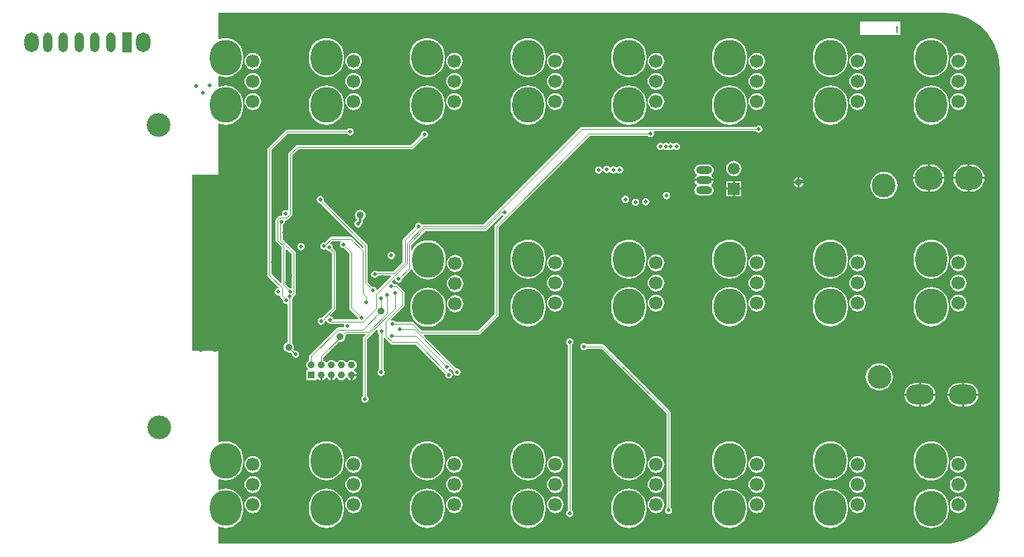
<source format=gtl>
G04 Layer_Physical_Order=1*
G04 Layer_Color=255*
%FSLAX25Y25*%
%MOIN*%
G70*
G01*
G75*
%ADD10C,0.03543*%
%ADD11R,0.00492X0.00492*%
%ADD12C,0.00492*%
%ADD13C,0.01181*%
%ADD14C,0.00591*%
%ADD15R,0.15714X0.87517*%
%ADD16O,0.15748X0.17716*%
%ADD17C,0.06693*%
%ADD18C,0.03543*%
%ADD19R,0.03543X0.03543*%
%ADD20C,0.05906*%
%ADD21R,0.05906X0.05906*%
%ADD22O,0.07874X0.03937*%
%ADD23O,0.07874X0.03937*%
%ADD24O,0.04724X0.09843*%
%ADD25R,0.04724X0.09843*%
%ADD26O,0.07087X0.09843*%
%ADD27O,0.13780X0.11811*%
%ADD28O,0.13780X0.09843*%
%ADD29C,0.03150*%
%ADD30C,0.01969*%
%ADD31C,0.11811*%
G36*
X219555Y153806D02*
X222603Y153288D01*
X225575Y152432D01*
X228432Y151249D01*
X231138Y149753D01*
X233660Y147964D01*
X235966Y145903D01*
X238026Y143598D01*
X239816Y141076D01*
X241311Y138369D01*
X242495Y135512D01*
X243351Y132541D01*
X243869Y129492D01*
X244038Y126478D01*
X244023Y126405D01*
Y-81832D01*
X244038Y-81905D01*
X243869Y-84920D01*
X243351Y-87968D01*
X242495Y-90940D01*
X241311Y-93797D01*
X239816Y-96503D01*
X238026Y-99025D01*
X235966Y-101331D01*
X233660Y-103391D01*
X231138Y-105181D01*
X228432Y-106676D01*
X225575Y-107860D01*
X222603Y-108716D01*
X219555Y-109234D01*
X216682Y-109395D01*
X216497Y-109359D01*
X-143347Y-109374D01*
X-143701Y-109020D01*
Y-101130D01*
X-143201Y-100875D01*
X-141698Y-101331D01*
X-140000Y-101499D01*
X-138302Y-101331D01*
X-136669Y-100836D01*
X-135165Y-100032D01*
X-133846Y-98949D01*
X-132763Y-97631D01*
X-131959Y-96126D01*
X-131464Y-94493D01*
X-131297Y-92795D01*
Y-90827D01*
X-131464Y-89129D01*
X-131959Y-87496D01*
X-132763Y-85991D01*
X-133846Y-84673D01*
X-135165Y-83590D01*
X-136669Y-82786D01*
X-138302Y-82291D01*
X-140000Y-82123D01*
X-141698Y-82291D01*
X-143201Y-82747D01*
X-143701Y-82492D01*
Y-77508D01*
X-143201Y-77253D01*
X-141698Y-77709D01*
X-140000Y-77877D01*
X-138302Y-77709D01*
X-136669Y-77214D01*
X-135165Y-76410D01*
X-133846Y-75327D01*
X-132763Y-74009D01*
X-131959Y-72504D01*
X-131464Y-70871D01*
X-131297Y-69173D01*
Y-67205D01*
X-131464Y-65507D01*
X-131959Y-63874D01*
X-132763Y-62369D01*
X-133846Y-61050D01*
X-135165Y-59968D01*
X-136669Y-59164D01*
X-138302Y-58669D01*
X-140000Y-58501D01*
X-141698Y-58669D01*
X-143201Y-59124D01*
X-143701Y-58870D01*
Y98870D01*
X-143201Y99124D01*
X-141698Y98669D01*
X-140000Y98501D01*
X-138302Y98669D01*
X-136669Y99164D01*
X-135165Y99968D01*
X-133846Y101050D01*
X-132763Y102369D01*
X-131959Y103874D01*
X-131464Y105507D01*
X-131297Y107205D01*
Y109173D01*
X-131464Y110871D01*
X-131959Y112504D01*
X-132763Y114008D01*
X-133846Y115327D01*
X-135165Y116410D01*
X-136669Y117214D01*
X-138302Y117709D01*
X-140000Y117877D01*
X-141698Y117709D01*
X-143201Y117253D01*
X-143701Y117508D01*
Y122492D01*
X-143201Y122747D01*
X-141698Y122291D01*
X-140000Y122123D01*
X-138302Y122291D01*
X-136669Y122786D01*
X-135165Y123590D01*
X-133846Y124673D01*
X-132763Y125991D01*
X-131959Y127496D01*
X-131464Y129129D01*
X-131297Y130827D01*
Y132795D01*
X-131464Y134493D01*
X-131959Y136126D01*
X-132763Y137631D01*
X-133846Y138950D01*
X-135165Y140032D01*
X-136669Y140836D01*
X-138302Y141331D01*
X-140000Y141499D01*
X-141698Y141331D01*
X-143201Y140875D01*
X-143701Y141130D01*
Y153961D01*
X216467D01*
X216540Y153976D01*
X219555Y153806D01*
D02*
G37*
%LPC*%
G36*
X-75043Y-26260D02*
X-77067D01*
Y-28284D01*
X-76891Y-28261D01*
X-76269Y-28003D01*
X-75734Y-27593D01*
X-75324Y-27058D01*
X-75066Y-26436D01*
X-75043Y-26260D01*
D02*
G37*
G36*
X10000Y17877D02*
X8302Y17709D01*
X6669Y17214D01*
X5165Y16410D01*
X3846Y15327D01*
X2763Y14008D01*
X1959Y12504D01*
X1464Y10871D01*
X1297Y9173D01*
Y7205D01*
X1464Y5507D01*
X1959Y3874D01*
X2763Y2369D01*
X3846Y1051D01*
X5165Y-32D01*
X6669Y-836D01*
X8302Y-1331D01*
X10000Y-1499D01*
X11698Y-1331D01*
X13331Y-836D01*
X14835Y-32D01*
X16154Y1051D01*
X17236Y2369D01*
X18041Y3874D01*
X18536Y5507D01*
X18703Y7205D01*
Y9173D01*
X18536Y10871D01*
X18041Y12504D01*
X17236Y14008D01*
X16154Y15327D01*
X14835Y16410D01*
X13331Y17214D01*
X11698Y17709D01*
X10000Y17877D01*
D02*
G37*
G36*
X184252Y-19850D02*
X182940Y-19979D01*
X181678Y-20361D01*
X180516Y-20983D01*
X179497Y-21819D01*
X178660Y-22838D01*
X178039Y-24001D01*
X177656Y-25263D01*
X177527Y-26575D01*
X177656Y-27887D01*
X178039Y-29149D01*
X178660Y-30311D01*
X179497Y-31330D01*
X180516Y-32167D01*
X181678Y-32788D01*
X182940Y-33171D01*
X184252Y-33300D01*
X185564Y-33171D01*
X186826Y-32788D01*
X187988Y-32167D01*
X189007Y-31330D01*
X189844Y-30311D01*
X190465Y-29149D01*
X190848Y-27887D01*
X190977Y-26575D01*
X190848Y-25263D01*
X190465Y-24001D01*
X189844Y-22838D01*
X189007Y-21819D01*
X187988Y-20983D01*
X186826Y-20361D01*
X185564Y-19979D01*
X184252Y-19850D01*
D02*
G37*
G36*
X227756Y-29675D02*
X226279D01*
Y-34941D01*
X233449D01*
X233318Y-33943D01*
X232742Y-32554D01*
X231827Y-31362D01*
X230635Y-30447D01*
X229246Y-29871D01*
X227756Y-29675D01*
D02*
G37*
G36*
X160000Y17877D02*
X158302Y17709D01*
X156669Y17214D01*
X155165Y16410D01*
X153846Y15327D01*
X152763Y14008D01*
X151959Y12504D01*
X151464Y10871D01*
X151297Y9173D01*
Y7205D01*
X151464Y5507D01*
X151959Y3874D01*
X152763Y2369D01*
X153846Y1051D01*
X155165Y-32D01*
X156669Y-836D01*
X158302Y-1331D01*
X160000Y-1499D01*
X161698Y-1331D01*
X163331Y-836D01*
X164835Y-32D01*
X166154Y1051D01*
X167237Y2369D01*
X168041Y3874D01*
X168536Y5507D01*
X168703Y7205D01*
Y9173D01*
X168536Y10871D01*
X168041Y12504D01*
X167237Y14008D01*
X166154Y15327D01*
X164835Y16410D01*
X163331Y17214D01*
X161698Y17709D01*
X160000Y17877D01*
D02*
G37*
G36*
X210000D02*
X208302Y17709D01*
X206669Y17214D01*
X205165Y16410D01*
X203846Y15327D01*
X202763Y14008D01*
X201959Y12504D01*
X201464Y10871D01*
X201297Y9173D01*
Y7205D01*
X201464Y5507D01*
X201959Y3874D01*
X202763Y2369D01*
X203846Y1051D01*
X205165Y-32D01*
X206669Y-836D01*
X208302Y-1331D01*
X210000Y-1499D01*
X211698Y-1331D01*
X213331Y-836D01*
X214835Y-32D01*
X216154Y1051D01*
X217236Y2369D01*
X218041Y3874D01*
X218536Y5507D01*
X218703Y7205D01*
Y9173D01*
X218536Y10871D01*
X218041Y12504D01*
X217236Y14008D01*
X216154Y15327D01*
X214835Y16410D01*
X213331Y17214D01*
X211698Y17709D01*
X210000Y17877D01*
D02*
G37*
G36*
X60000D02*
X58302Y17709D01*
X56669Y17214D01*
X55165Y16410D01*
X53846Y15327D01*
X52763Y14008D01*
X51959Y12504D01*
X51464Y10871D01*
X51297Y9173D01*
Y7205D01*
X51464Y5507D01*
X51959Y3874D01*
X52763Y2369D01*
X53846Y1051D01*
X55165Y-32D01*
X56669Y-836D01*
X58302Y-1331D01*
X60000Y-1499D01*
X61698Y-1331D01*
X63331Y-836D01*
X64835Y-32D01*
X66154Y1051D01*
X67237Y2369D01*
X68041Y3874D01*
X68536Y5507D01*
X68703Y7205D01*
Y9173D01*
X68536Y10871D01*
X68041Y12504D01*
X67237Y14008D01*
X66154Y15327D01*
X64835Y16410D01*
X63331Y17214D01*
X61698Y17709D01*
X60000Y17877D01*
D02*
G37*
G36*
X110000D02*
X108302Y17709D01*
X106669Y17214D01*
X105165Y16410D01*
X103846Y15327D01*
X102763Y14008D01*
X101959Y12504D01*
X101464Y10871D01*
X101297Y9173D01*
Y7205D01*
X101464Y5507D01*
X101959Y3874D01*
X102763Y2369D01*
X103846Y1051D01*
X105165Y-32D01*
X106669Y-836D01*
X108302Y-1331D01*
X110000Y-1499D01*
X111698Y-1331D01*
X113331Y-836D01*
X114835Y-32D01*
X116154Y1051D01*
X117237Y2369D01*
X118041Y3874D01*
X118536Y5507D01*
X118703Y7205D01*
Y9173D01*
X118536Y10871D01*
X118041Y12504D01*
X117237Y14008D01*
X116154Y15327D01*
X114835Y16410D01*
X113331Y17214D01*
X111698Y17709D01*
X110000Y17877D01*
D02*
G37*
G36*
X225295Y-29675D02*
X223819D01*
X222329Y-29871D01*
X220940Y-30447D01*
X219747Y-31362D01*
X218832Y-32554D01*
X218257Y-33943D01*
X218126Y-34941D01*
X225295D01*
Y-29675D01*
D02*
G37*
G36*
X173500Y-65830D02*
X172421Y-65973D01*
X171415Y-66389D01*
X170552Y-67052D01*
X169889Y-67915D01*
X169473Y-68921D01*
X169331Y-70000D01*
X169473Y-71079D01*
X169889Y-72085D01*
X170552Y-72948D01*
X171415Y-73611D01*
X172421Y-74027D01*
X173500Y-74169D01*
X174579Y-74027D01*
X175585Y-73611D01*
X176448Y-72948D01*
X177111Y-72085D01*
X177527Y-71079D01*
X177670Y-70000D01*
X177527Y-68921D01*
X177111Y-67915D01*
X176448Y-67052D01*
X175585Y-66389D01*
X174579Y-65973D01*
X173500Y-65830D01*
D02*
G37*
G36*
X203937Y-35925D02*
X196767D01*
X196899Y-36923D01*
X197474Y-38312D01*
X198389Y-39505D01*
X199582Y-40420D01*
X200970Y-40995D01*
X202461Y-41191D01*
X203937D01*
Y-35925D01*
D02*
G37*
G36*
X73500Y-65830D02*
X72421Y-65973D01*
X71415Y-66389D01*
X70552Y-67052D01*
X69889Y-67915D01*
X69473Y-68921D01*
X69331Y-70000D01*
X69473Y-71079D01*
X69889Y-72085D01*
X70552Y-72948D01*
X71415Y-73611D01*
X72421Y-74027D01*
X73500Y-74169D01*
X74579Y-74027D01*
X75585Y-73611D01*
X76448Y-72948D01*
X77111Y-72085D01*
X77527Y-71079D01*
X77670Y-70000D01*
X77527Y-68921D01*
X77111Y-67915D01*
X76448Y-67052D01*
X75585Y-66389D01*
X74579Y-65973D01*
X73500Y-65830D01*
D02*
G37*
G36*
X123500D02*
X122421Y-65973D01*
X121415Y-66389D01*
X120552Y-67052D01*
X119889Y-67915D01*
X119473Y-68921D01*
X119331Y-70000D01*
X119473Y-71079D01*
X119889Y-72085D01*
X120552Y-72948D01*
X121415Y-73611D01*
X122421Y-74027D01*
X123500Y-74169D01*
X124579Y-74027D01*
X125585Y-73611D01*
X126448Y-72948D01*
X127111Y-72085D01*
X127527Y-71079D01*
X127670Y-70000D01*
X127527Y-68921D01*
X127111Y-67915D01*
X126448Y-67052D01*
X125585Y-66389D01*
X124579Y-65973D01*
X123500Y-65830D01*
D02*
G37*
G36*
X212091Y-35925D02*
X204921D01*
Y-41191D01*
X206398D01*
X207888Y-40995D01*
X209277Y-40420D01*
X210469Y-39505D01*
X211384Y-38312D01*
X211959Y-36923D01*
X212091Y-35925D01*
D02*
G37*
G36*
X203937Y-29675D02*
X202461D01*
X200970Y-29871D01*
X199582Y-30447D01*
X198389Y-31362D01*
X197474Y-32554D01*
X196899Y-33943D01*
X196767Y-34941D01*
X203937D01*
Y-29675D01*
D02*
G37*
G36*
X206398D02*
X204921D01*
Y-34941D01*
X212091D01*
X211959Y-33943D01*
X211384Y-32554D01*
X210469Y-31362D01*
X209277Y-30447D01*
X207888Y-29871D01*
X206398Y-29675D01*
D02*
G37*
G36*
X225295Y-35925D02*
X218126D01*
X218257Y-36923D01*
X218832Y-38312D01*
X219747Y-39505D01*
X220940Y-40420D01*
X222329Y-40995D01*
X223819Y-41191D01*
X225295D01*
Y-35925D01*
D02*
G37*
G36*
X233449D02*
X226279D01*
Y-41191D01*
X227756D01*
X229246Y-40995D01*
X230635Y-40420D01*
X231827Y-39505D01*
X232742Y-38312D01*
X233318Y-36923D01*
X233449Y-35925D01*
D02*
G37*
G36*
X60000Y41499D02*
X58302Y41331D01*
X56669Y40836D01*
X55165Y40032D01*
X53846Y38949D01*
X52763Y37631D01*
X51959Y36126D01*
X51464Y34493D01*
X51297Y32795D01*
Y30827D01*
X51464Y29129D01*
X51959Y27496D01*
X52763Y25991D01*
X53846Y24673D01*
X55165Y23590D01*
X56669Y22786D01*
X58302Y22291D01*
X60000Y22123D01*
X61698Y22291D01*
X63331Y22786D01*
X64835Y23590D01*
X66154Y24673D01*
X67237Y25991D01*
X68041Y27496D01*
X68536Y29129D01*
X68703Y30827D01*
Y32795D01*
X68536Y34493D01*
X68041Y36126D01*
X67237Y37631D01*
X66154Y38949D01*
X64835Y40032D01*
X63331Y40836D01*
X61698Y41331D01*
X60000Y41499D01*
D02*
G37*
G36*
X110000D02*
X108302Y41331D01*
X106669Y40836D01*
X105165Y40032D01*
X103846Y38949D01*
X102763Y37631D01*
X101959Y36126D01*
X101464Y34493D01*
X101297Y32795D01*
Y30827D01*
X101464Y29129D01*
X101959Y27496D01*
X102763Y25991D01*
X103846Y24673D01*
X105165Y23590D01*
X106669Y22786D01*
X108302Y22291D01*
X110000Y22123D01*
X111698Y22291D01*
X113331Y22786D01*
X114835Y23590D01*
X116154Y24673D01*
X117237Y25991D01*
X118041Y27496D01*
X118536Y29129D01*
X118703Y30827D01*
Y32795D01*
X118536Y34493D01*
X118041Y36126D01*
X117237Y37631D01*
X116154Y38949D01*
X114835Y40032D01*
X113331Y40836D01*
X111698Y41331D01*
X110000Y41499D01*
D02*
G37*
G36*
X223500Y24170D02*
X222421Y24027D01*
X221415Y23611D01*
X220552Y22948D01*
X219889Y22085D01*
X219473Y21079D01*
X219331Y20000D01*
X219473Y18921D01*
X219889Y17915D01*
X220552Y17052D01*
X221415Y16389D01*
X222421Y15973D01*
X223500Y15831D01*
X224579Y15973D01*
X225585Y16389D01*
X226448Y17052D01*
X227111Y17915D01*
X227527Y18921D01*
X227670Y20000D01*
X227527Y21079D01*
X227111Y22085D01*
X226448Y22948D01*
X225585Y23611D01*
X224579Y24027D01*
X223500Y24170D01*
D02*
G37*
G36*
X10000Y41499D02*
X8302Y41331D01*
X6669Y40836D01*
X5165Y40032D01*
X3846Y38949D01*
X2763Y37631D01*
X1959Y36126D01*
X1464Y34493D01*
X1297Y32795D01*
Y30827D01*
X1464Y29129D01*
X1959Y27496D01*
X2763Y25991D01*
X3846Y24673D01*
X5165Y23590D01*
X6669Y22786D01*
X8302Y22291D01*
X10000Y22123D01*
X11698Y22291D01*
X13331Y22786D01*
X14835Y23590D01*
X16154Y24673D01*
X17236Y25991D01*
X18041Y27496D01*
X18536Y29129D01*
X18703Y30827D01*
Y32795D01*
X18536Y34493D01*
X18041Y36126D01*
X17236Y37631D01*
X16154Y38949D01*
X14835Y40032D01*
X13331Y40836D01*
X11698Y41331D01*
X10000Y41499D01*
D02*
G37*
G36*
X160000D02*
X158302Y41331D01*
X156669Y40836D01*
X155165Y40032D01*
X153846Y38949D01*
X152763Y37631D01*
X151959Y36126D01*
X151464Y34493D01*
X151297Y32795D01*
Y30827D01*
X151464Y29129D01*
X151959Y27496D01*
X152763Y25991D01*
X153846Y24673D01*
X155165Y23590D01*
X156669Y22786D01*
X158302Y22291D01*
X160000Y22123D01*
X161698Y22291D01*
X163331Y22786D01*
X164835Y23590D01*
X166154Y24673D01*
X167237Y25991D01*
X168041Y27496D01*
X168536Y29129D01*
X168703Y30827D01*
Y32795D01*
X168536Y34493D01*
X168041Y36126D01*
X167237Y37631D01*
X166154Y38949D01*
X164835Y40032D01*
X163331Y40836D01*
X161698Y41331D01*
X160000Y41499D01*
D02*
G37*
G36*
X73500Y34170D02*
X72421Y34027D01*
X71415Y33611D01*
X70552Y32948D01*
X69889Y32085D01*
X69473Y31079D01*
X69331Y30000D01*
X69473Y28921D01*
X69889Y27915D01*
X70552Y27052D01*
X71415Y26389D01*
X72421Y25973D01*
X73500Y25831D01*
X74579Y25973D01*
X75585Y26389D01*
X76448Y27052D01*
X77111Y27915D01*
X77527Y28921D01*
X77670Y30000D01*
X77527Y31079D01*
X77111Y32085D01*
X76448Y32948D01*
X75585Y33611D01*
X74579Y34027D01*
X73500Y34170D01*
D02*
G37*
G36*
X123500D02*
X122421Y34027D01*
X121415Y33611D01*
X120552Y32948D01*
X119889Y32085D01*
X119473Y31079D01*
X119331Y30000D01*
X119473Y28921D01*
X119889Y27915D01*
X120552Y27052D01*
X121415Y26389D01*
X122421Y25973D01*
X123500Y25831D01*
X124579Y25973D01*
X125585Y26389D01*
X126448Y27052D01*
X127111Y27915D01*
X127527Y28921D01*
X127670Y30000D01*
X127527Y31079D01*
X127111Y32085D01*
X126448Y32948D01*
X125585Y33611D01*
X124579Y34027D01*
X123500Y34170D01*
D02*
G37*
G36*
X210000Y41499D02*
X208302Y41331D01*
X206669Y40836D01*
X205165Y40032D01*
X203846Y38949D01*
X202763Y37631D01*
X201959Y36126D01*
X201464Y34493D01*
X201297Y32795D01*
Y30827D01*
X201464Y29129D01*
X201959Y27496D01*
X202763Y25991D01*
X203846Y24673D01*
X205165Y23590D01*
X206669Y22786D01*
X208302Y22291D01*
X210000Y22123D01*
X211698Y22291D01*
X213331Y22786D01*
X214835Y23590D01*
X216154Y24673D01*
X217236Y25991D01*
X218041Y27496D01*
X218536Y29129D01*
X218703Y30827D01*
Y32795D01*
X218536Y34493D01*
X218041Y36126D01*
X217236Y37631D01*
X216154Y38949D01*
X214835Y40032D01*
X213331Y40836D01*
X211698Y41331D01*
X210000Y41499D01*
D02*
G37*
G36*
X23500Y34170D02*
X22421Y34027D01*
X21415Y33611D01*
X20552Y32948D01*
X19889Y32085D01*
X19473Y31079D01*
X19331Y30000D01*
X19473Y28921D01*
X19889Y27915D01*
X20552Y27052D01*
X21415Y26389D01*
X22421Y25973D01*
X23500Y25831D01*
X24579Y25973D01*
X25585Y26389D01*
X26448Y27052D01*
X27111Y27915D01*
X27527Y28921D01*
X27670Y30000D01*
X27527Y31079D01*
X27111Y32085D01*
X26448Y32948D01*
X25585Y33611D01*
X24579Y34027D01*
X23500Y34170D01*
D02*
G37*
G36*
X123500Y14169D02*
X122421Y14027D01*
X121415Y13611D01*
X120552Y12948D01*
X119889Y12085D01*
X119473Y11079D01*
X119331Y10000D01*
X119473Y8921D01*
X119889Y7915D01*
X120552Y7052D01*
X121415Y6389D01*
X122421Y5973D01*
X123500Y5830D01*
X124579Y5973D01*
X125585Y6389D01*
X126448Y7052D01*
X127111Y7915D01*
X127527Y8921D01*
X127670Y10000D01*
X127527Y11079D01*
X127111Y12085D01*
X126448Y12948D01*
X125585Y13611D01*
X124579Y14027D01*
X123500Y14169D01*
D02*
G37*
G36*
X173500D02*
X172421Y14027D01*
X171415Y13611D01*
X170552Y12948D01*
X169889Y12085D01*
X169473Y11079D01*
X169331Y10000D01*
X169473Y8921D01*
X169889Y7915D01*
X170552Y7052D01*
X171415Y6389D01*
X172421Y5973D01*
X173500Y5830D01*
X174579Y5973D01*
X175585Y6389D01*
X176448Y7052D01*
X177111Y7915D01*
X177527Y8921D01*
X177670Y10000D01*
X177527Y11079D01*
X177111Y12085D01*
X176448Y12948D01*
X175585Y13611D01*
X174579Y14027D01*
X173500Y14169D01*
D02*
G37*
G36*
X23500D02*
X22421Y14027D01*
X21415Y13611D01*
X20552Y12948D01*
X19889Y12085D01*
X19473Y11079D01*
X19331Y10000D01*
X19473Y8921D01*
X19889Y7915D01*
X20552Y7052D01*
X21415Y6389D01*
X22421Y5973D01*
X23500Y5830D01*
X24579Y5973D01*
X25585Y6389D01*
X26448Y7052D01*
X27111Y7915D01*
X27527Y8921D01*
X27670Y10000D01*
X27527Y11079D01*
X27111Y12085D01*
X26448Y12948D01*
X25585Y13611D01*
X24579Y14027D01*
X23500Y14169D01*
D02*
G37*
G36*
X73500D02*
X72421Y14027D01*
X71415Y13611D01*
X70552Y12948D01*
X69889Y12085D01*
X69473Y11079D01*
X69331Y10000D01*
X69473Y8921D01*
X69889Y7915D01*
X70552Y7052D01*
X71415Y6389D01*
X72421Y5973D01*
X73500Y5830D01*
X74579Y5973D01*
X75585Y6389D01*
X76448Y7052D01*
X77111Y7915D01*
X77527Y8921D01*
X77670Y10000D01*
X77527Y11079D01*
X77111Y12085D01*
X76448Y12948D01*
X75585Y13611D01*
X74579Y14027D01*
X73500Y14169D01*
D02*
G37*
G36*
X223500D02*
X222421Y14027D01*
X221415Y13611D01*
X220552Y12948D01*
X219889Y12085D01*
X219473Y11079D01*
X219331Y10000D01*
X219473Y8921D01*
X219889Y7915D01*
X220552Y7052D01*
X221415Y6389D01*
X222421Y5973D01*
X223500Y5830D01*
X224579Y5973D01*
X225585Y6389D01*
X226448Y7052D01*
X227111Y7915D01*
X227527Y8921D01*
X227670Y10000D01*
X227527Y11079D01*
X227111Y12085D01*
X226448Y12948D01*
X225585Y13611D01*
X224579Y14027D01*
X223500Y14169D01*
D02*
G37*
G36*
X123500Y24170D02*
X122421Y24027D01*
X121415Y23611D01*
X120552Y22948D01*
X119889Y22085D01*
X119473Y21079D01*
X119331Y20000D01*
X119473Y18921D01*
X119889Y17915D01*
X120552Y17052D01*
X121415Y16389D01*
X122421Y15973D01*
X123500Y15831D01*
X124579Y15973D01*
X125585Y16389D01*
X126448Y17052D01*
X127111Y17915D01*
X127527Y18921D01*
X127670Y20000D01*
X127527Y21079D01*
X127111Y22085D01*
X126448Y22948D01*
X125585Y23611D01*
X124579Y24027D01*
X123500Y24170D01*
D02*
G37*
G36*
X173500D02*
X172421Y24027D01*
X171415Y23611D01*
X170552Y22948D01*
X169889Y22085D01*
X169473Y21079D01*
X169331Y20000D01*
X169473Y18921D01*
X169889Y17915D01*
X170552Y17052D01*
X171415Y16389D01*
X172421Y15973D01*
X173500Y15831D01*
X174579Y15973D01*
X175585Y16389D01*
X176448Y17052D01*
X177111Y17915D01*
X177527Y18921D01*
X177670Y20000D01*
X177527Y21079D01*
X177111Y22085D01*
X176448Y22948D01*
X175585Y23611D01*
X174579Y24027D01*
X173500Y24170D01*
D02*
G37*
G36*
X23500D02*
X22421Y24027D01*
X21415Y23611D01*
X20552Y22948D01*
X19889Y22085D01*
X19473Y21079D01*
X19331Y20000D01*
X19473Y18921D01*
X19889Y17915D01*
X20552Y17052D01*
X21415Y16389D01*
X22421Y15973D01*
X23500Y15831D01*
X24579Y15973D01*
X25585Y16389D01*
X26448Y17052D01*
X27111Y17915D01*
X27527Y18921D01*
X27670Y20000D01*
X27527Y21079D01*
X27111Y22085D01*
X26448Y22948D01*
X25585Y23611D01*
X24579Y24027D01*
X23500Y24170D01*
D02*
G37*
G36*
X73500D02*
X72421Y24027D01*
X71415Y23611D01*
X70552Y22948D01*
X69889Y22085D01*
X69473Y21079D01*
X69331Y20000D01*
X69473Y18921D01*
X69889Y17915D01*
X70552Y17052D01*
X71415Y16389D01*
X72421Y15973D01*
X73500Y15831D01*
X74579Y15973D01*
X75585Y16389D01*
X76448Y17052D01*
X77111Y17915D01*
X77527Y18921D01*
X77670Y20000D01*
X77527Y21079D01*
X77111Y22085D01*
X76448Y22948D01*
X75585Y23611D01*
X74579Y24027D01*
X73500Y24170D01*
D02*
G37*
G36*
X23500Y-65830D02*
X22421Y-65973D01*
X21415Y-66389D01*
X20552Y-67052D01*
X19889Y-67915D01*
X19473Y-68921D01*
X19331Y-70000D01*
X19473Y-71079D01*
X19889Y-72085D01*
X20552Y-72948D01*
X21415Y-73611D01*
X22421Y-74027D01*
X23500Y-74169D01*
X24579Y-74027D01*
X25585Y-73611D01*
X26448Y-72948D01*
X27111Y-72085D01*
X27527Y-71079D01*
X27670Y-70000D01*
X27527Y-68921D01*
X27111Y-67915D01*
X26448Y-67052D01*
X25585Y-66389D01*
X24579Y-65973D01*
X23500Y-65830D01*
D02*
G37*
G36*
X-76500Y-85830D02*
X-77579Y-85973D01*
X-78585Y-86389D01*
X-79448Y-87052D01*
X-80111Y-87915D01*
X-80527Y-88921D01*
X-80669Y-90000D01*
X-80527Y-91079D01*
X-80111Y-92085D01*
X-79448Y-92948D01*
X-78585Y-93611D01*
X-77579Y-94027D01*
X-76500Y-94169D01*
X-75421Y-94027D01*
X-74415Y-93611D01*
X-73552Y-92948D01*
X-72889Y-92085D01*
X-72473Y-91079D01*
X-72330Y-90000D01*
X-72473Y-88921D01*
X-72889Y-87915D01*
X-73552Y-87052D01*
X-74415Y-86389D01*
X-75421Y-85973D01*
X-76500Y-85830D01*
D02*
G37*
G36*
X-26500D02*
X-27579Y-85973D01*
X-28585Y-86389D01*
X-29448Y-87052D01*
X-30111Y-87915D01*
X-30527Y-88921D01*
X-30670Y-90000D01*
X-30527Y-91079D01*
X-30111Y-92085D01*
X-29448Y-92948D01*
X-28585Y-93611D01*
X-27579Y-94027D01*
X-26500Y-94169D01*
X-25421Y-94027D01*
X-24415Y-93611D01*
X-23552Y-92948D01*
X-22889Y-92085D01*
X-22473Y-91079D01*
X-22331Y-90000D01*
X-22473Y-88921D01*
X-22889Y-87915D01*
X-23552Y-87052D01*
X-24415Y-86389D01*
X-25421Y-85973D01*
X-26500Y-85830D01*
D02*
G37*
G36*
X223441Y-85949D02*
X222362Y-86091D01*
X221356Y-86507D01*
X220493Y-87170D01*
X219830Y-88033D01*
X219413Y-89039D01*
X219271Y-90118D01*
X219413Y-91197D01*
X219830Y-92203D01*
X220493Y-93066D01*
X221356Y-93729D01*
X222362Y-94146D01*
X223441Y-94288D01*
X224520Y-94146D01*
X225526Y-93729D01*
X226389Y-93066D01*
X227052Y-92203D01*
X227468Y-91197D01*
X227610Y-90118D01*
X227468Y-89039D01*
X227052Y-88033D01*
X226389Y-87170D01*
X225526Y-86507D01*
X224520Y-86091D01*
X223441Y-85949D01*
D02*
G37*
G36*
X-126500Y-85830D02*
X-127579Y-85973D01*
X-128585Y-86389D01*
X-129448Y-87052D01*
X-130111Y-87915D01*
X-130527Y-88921D01*
X-130669Y-90000D01*
X-130527Y-91079D01*
X-130111Y-92085D01*
X-129448Y-92948D01*
X-128585Y-93611D01*
X-127579Y-94027D01*
X-126500Y-94169D01*
X-125421Y-94027D01*
X-124415Y-93611D01*
X-123552Y-92948D01*
X-122889Y-92085D01*
X-122473Y-91079D01*
X-122330Y-90000D01*
X-122473Y-88921D01*
X-122889Y-87915D01*
X-123552Y-87052D01*
X-124415Y-86389D01*
X-125421Y-85973D01*
X-126500Y-85830D01*
D02*
G37*
G36*
X23500D02*
X22421Y-85973D01*
X21415Y-86389D01*
X20552Y-87052D01*
X19889Y-87915D01*
X19473Y-88921D01*
X19331Y-90000D01*
X19473Y-91079D01*
X19889Y-92085D01*
X20552Y-92948D01*
X21415Y-93611D01*
X22421Y-94027D01*
X23500Y-94169D01*
X24579Y-94027D01*
X25585Y-93611D01*
X26448Y-92948D01*
X27111Y-92085D01*
X27527Y-91079D01*
X27670Y-90000D01*
X27527Y-88921D01*
X27111Y-87915D01*
X26448Y-87052D01*
X25585Y-86389D01*
X24579Y-85973D01*
X23500Y-85830D01*
D02*
G37*
G36*
X173500D02*
X172421Y-85973D01*
X171415Y-86389D01*
X170552Y-87052D01*
X169889Y-87915D01*
X169473Y-88921D01*
X169331Y-90000D01*
X169473Y-91079D01*
X169889Y-92085D01*
X170552Y-92948D01*
X171415Y-93611D01*
X172421Y-94027D01*
X173500Y-94169D01*
X174579Y-94027D01*
X175585Y-93611D01*
X176448Y-92948D01*
X177111Y-92085D01*
X177527Y-91079D01*
X177670Y-90000D01*
X177527Y-88921D01*
X177111Y-87915D01*
X176448Y-87052D01*
X175585Y-86389D01*
X174579Y-85973D01*
X173500Y-85830D01*
D02*
G37*
G36*
X223441Y-75949D02*
X222362Y-76091D01*
X221356Y-76507D01*
X220493Y-77170D01*
X219830Y-78033D01*
X219413Y-79039D01*
X219271Y-80118D01*
X219413Y-81197D01*
X219830Y-82203D01*
X220493Y-83066D01*
X221356Y-83729D01*
X222362Y-84146D01*
X223441Y-84288D01*
X224520Y-84146D01*
X225526Y-83729D01*
X226389Y-83066D01*
X227052Y-82203D01*
X227468Y-81197D01*
X227610Y-80118D01*
X227468Y-79039D01*
X227052Y-78033D01*
X226389Y-77170D01*
X225526Y-76507D01*
X224520Y-76091D01*
X223441Y-75949D01*
D02*
G37*
G36*
X73500Y-85830D02*
X72421Y-85973D01*
X71415Y-86389D01*
X70552Y-87052D01*
X69889Y-87915D01*
X69473Y-88921D01*
X69331Y-90000D01*
X69473Y-91079D01*
X69889Y-92085D01*
X70552Y-92948D01*
X71415Y-93611D01*
X72421Y-94027D01*
X73500Y-94169D01*
X74579Y-94027D01*
X75585Y-93611D01*
X76448Y-92948D01*
X77111Y-92085D01*
X77527Y-91079D01*
X77670Y-90000D01*
X77527Y-88921D01*
X77111Y-87915D01*
X76448Y-87052D01*
X75585Y-86389D01*
X74579Y-85973D01*
X73500Y-85830D01*
D02*
G37*
G36*
X123500D02*
X122421Y-85973D01*
X121415Y-86389D01*
X120552Y-87052D01*
X119889Y-87915D01*
X119473Y-88921D01*
X119331Y-90000D01*
X119473Y-91079D01*
X119889Y-92085D01*
X120552Y-92948D01*
X121415Y-93611D01*
X122421Y-94027D01*
X123500Y-94169D01*
X124579Y-94027D01*
X125585Y-93611D01*
X126448Y-92948D01*
X127111Y-92085D01*
X127527Y-91079D01*
X127670Y-90000D01*
X127527Y-88921D01*
X127111Y-87915D01*
X126448Y-87052D01*
X125585Y-86389D01*
X124579Y-85973D01*
X123500Y-85830D01*
D02*
G37*
G36*
X-40000Y-82123D02*
X-41698Y-82291D01*
X-43331Y-82786D01*
X-44835Y-83590D01*
X-46154Y-84673D01*
X-47236Y-85991D01*
X-48041Y-87496D01*
X-48536Y-89129D01*
X-48703Y-90827D01*
Y-92795D01*
X-48536Y-94493D01*
X-48041Y-96126D01*
X-47236Y-97631D01*
X-46154Y-98949D01*
X-44835Y-100032D01*
X-43331Y-100836D01*
X-41698Y-101331D01*
X-40000Y-101499D01*
X-38302Y-101331D01*
X-36669Y-100836D01*
X-35165Y-100032D01*
X-33846Y-98949D01*
X-32763Y-97631D01*
X-31959Y-96126D01*
X-31464Y-94493D01*
X-31297Y-92795D01*
Y-90827D01*
X-31464Y-89129D01*
X-31959Y-87496D01*
X-32763Y-85991D01*
X-33846Y-84673D01*
X-35165Y-83590D01*
X-36669Y-82786D01*
X-38302Y-82291D01*
X-40000Y-82123D01*
D02*
G37*
G36*
X10000D02*
X8302Y-82291D01*
X6669Y-82786D01*
X5165Y-83590D01*
X3846Y-84673D01*
X2763Y-85991D01*
X1959Y-87496D01*
X1464Y-89129D01*
X1297Y-90827D01*
Y-92795D01*
X1464Y-94493D01*
X1959Y-96126D01*
X2763Y-97631D01*
X3846Y-98949D01*
X5165Y-100032D01*
X6669Y-100836D01*
X8302Y-101331D01*
X10000Y-101499D01*
X11698Y-101331D01*
X13331Y-100836D01*
X14835Y-100032D01*
X16154Y-98949D01*
X17236Y-97631D01*
X18041Y-96126D01*
X18536Y-94493D01*
X18703Y-92795D01*
Y-90827D01*
X18536Y-89129D01*
X18041Y-87496D01*
X17236Y-85991D01*
X16154Y-84673D01*
X14835Y-83590D01*
X13331Y-82786D01*
X11698Y-82291D01*
X10000Y-82123D01*
D02*
G37*
G36*
X209941Y-82241D02*
X208243Y-82409D01*
X206610Y-82904D01*
X205106Y-83708D01*
X203787Y-84791D01*
X202704Y-86110D01*
X201900Y-87614D01*
X201405Y-89247D01*
X201238Y-90945D01*
Y-92913D01*
X201405Y-94611D01*
X201900Y-96244D01*
X202704Y-97749D01*
X203787Y-99068D01*
X205106Y-100150D01*
X206610Y-100954D01*
X208243Y-101450D01*
X209941Y-101617D01*
X211639Y-101450D01*
X213272Y-100954D01*
X214776Y-100150D01*
X216095Y-99068D01*
X217178Y-97749D01*
X217982Y-96244D01*
X218477Y-94611D01*
X218644Y-92913D01*
Y-90945D01*
X218477Y-89247D01*
X217982Y-87614D01*
X217178Y-86110D01*
X216095Y-84791D01*
X214776Y-83708D01*
X213272Y-82904D01*
X211639Y-82409D01*
X209941Y-82241D01*
D02*
G37*
G36*
X-90000Y-82123D02*
X-91698Y-82291D01*
X-93331Y-82786D01*
X-94835Y-83590D01*
X-96154Y-84673D01*
X-97237Y-85991D01*
X-98041Y-87496D01*
X-98536Y-89129D01*
X-98703Y-90827D01*
Y-92795D01*
X-98536Y-94493D01*
X-98041Y-96126D01*
X-97237Y-97631D01*
X-96154Y-98949D01*
X-94835Y-100032D01*
X-93331Y-100836D01*
X-91698Y-101331D01*
X-90000Y-101499D01*
X-88302Y-101331D01*
X-86669Y-100836D01*
X-85165Y-100032D01*
X-83846Y-98949D01*
X-82763Y-97631D01*
X-81959Y-96126D01*
X-81464Y-94493D01*
X-81297Y-92795D01*
Y-90827D01*
X-81464Y-89129D01*
X-81959Y-87496D01*
X-82763Y-85991D01*
X-83846Y-84673D01*
X-85165Y-83590D01*
X-86669Y-82786D01*
X-88302Y-82291D01*
X-90000Y-82123D01*
D02*
G37*
G36*
X60000D02*
X58302Y-82291D01*
X56669Y-82786D01*
X55165Y-83590D01*
X53846Y-84673D01*
X52763Y-85991D01*
X51959Y-87496D01*
X51464Y-89129D01*
X51297Y-90827D01*
Y-92795D01*
X51464Y-94493D01*
X51959Y-96126D01*
X52763Y-97631D01*
X53846Y-98949D01*
X55165Y-100032D01*
X56669Y-100836D01*
X58302Y-101331D01*
X60000Y-101499D01*
X61698Y-101331D01*
X63331Y-100836D01*
X64835Y-100032D01*
X66154Y-98949D01*
X67237Y-97631D01*
X68041Y-96126D01*
X68536Y-94493D01*
X68703Y-92795D01*
Y-90827D01*
X68536Y-89129D01*
X68041Y-87496D01*
X67237Y-85991D01*
X66154Y-84673D01*
X64835Y-83590D01*
X63331Y-82786D01*
X61698Y-82291D01*
X60000Y-82123D01*
D02*
G37*
G36*
X30610Y-7446D02*
X29919Y-7583D01*
X29333Y-7975D01*
X28941Y-8561D01*
X28804Y-9252D01*
X28941Y-9943D01*
X29333Y-10529D01*
X29557Y-10679D01*
Y-92963D01*
X29333Y-93112D01*
X28941Y-93699D01*
X28804Y-94390D01*
X28941Y-95081D01*
X29333Y-95667D01*
X29919Y-96059D01*
X30610Y-96196D01*
X31302Y-96059D01*
X31888Y-95667D01*
X32279Y-95081D01*
X32417Y-94390D01*
X32279Y-93699D01*
X31888Y-93112D01*
X31664Y-92963D01*
Y-10679D01*
X31888Y-10529D01*
X32279Y-9943D01*
X32417Y-9252D01*
X32279Y-8561D01*
X31888Y-7975D01*
X31302Y-7583D01*
X30610Y-7446D01*
D02*
G37*
G36*
X37697Y-9709D02*
X37006Y-9847D01*
X36420Y-10238D01*
X36028Y-10825D01*
X35890Y-11516D01*
X36028Y-12207D01*
X36420Y-12793D01*
X37006Y-13185D01*
X37697Y-13322D01*
X38388Y-13185D01*
X38974Y-12793D01*
X39123Y-12570D01*
X46414D01*
X78572Y-44728D01*
Y-91454D01*
X78447Y-91538D01*
X78056Y-92124D01*
X77918Y-92815D01*
X78056Y-93506D01*
X78447Y-94092D01*
X79033Y-94484D01*
X79724Y-94621D01*
X80416Y-94484D01*
X81002Y-94092D01*
X81393Y-93506D01*
X81531Y-92815D01*
X81393Y-92124D01*
X81002Y-91538D01*
X80680Y-91322D01*
Y-44291D01*
X80680Y-44291D01*
X80599Y-43888D01*
X80371Y-43546D01*
X47596Y-10771D01*
X47254Y-10542D01*
X46850Y-10462D01*
X46850Y-10462D01*
X39123D01*
X38974Y-10238D01*
X38388Y-9847D01*
X37697Y-9709D01*
D02*
G37*
G36*
X110000Y-82123D02*
X108302Y-82291D01*
X106669Y-82786D01*
X105165Y-83590D01*
X103846Y-84673D01*
X102763Y-85991D01*
X101959Y-87496D01*
X101464Y-89129D01*
X101297Y-90827D01*
Y-92795D01*
X101464Y-94493D01*
X101959Y-96126D01*
X102763Y-97631D01*
X103846Y-98949D01*
X105165Y-100032D01*
X106669Y-100836D01*
X108302Y-101331D01*
X110000Y-101499D01*
X111698Y-101331D01*
X113331Y-100836D01*
X114835Y-100032D01*
X116154Y-98949D01*
X117237Y-97631D01*
X118041Y-96126D01*
X118536Y-94493D01*
X118703Y-92795D01*
Y-90827D01*
X118536Y-89129D01*
X118041Y-87496D01*
X117237Y-85991D01*
X116154Y-84673D01*
X114835Y-83590D01*
X113331Y-82786D01*
X111698Y-82291D01*
X110000Y-82123D01*
D02*
G37*
G36*
X160000D02*
X158302Y-82291D01*
X156669Y-82786D01*
X155165Y-83590D01*
X153846Y-84673D01*
X152763Y-85991D01*
X151959Y-87496D01*
X151464Y-89129D01*
X151297Y-90827D01*
Y-92795D01*
X151464Y-94493D01*
X151959Y-96126D01*
X152763Y-97631D01*
X153846Y-98949D01*
X155165Y-100032D01*
X156669Y-100836D01*
X158302Y-101331D01*
X160000Y-101499D01*
X161698Y-101331D01*
X163331Y-100836D01*
X164835Y-100032D01*
X166154Y-98949D01*
X167237Y-97631D01*
X168041Y-96126D01*
X168536Y-94493D01*
X168703Y-92795D01*
Y-90827D01*
X168536Y-89129D01*
X168041Y-87496D01*
X167237Y-85991D01*
X166154Y-84673D01*
X164835Y-83590D01*
X163331Y-82786D01*
X161698Y-82291D01*
X160000Y-82123D01*
D02*
G37*
G36*
X60000Y-58501D02*
X58302Y-58669D01*
X56669Y-59164D01*
X55165Y-59968D01*
X53846Y-61050D01*
X52763Y-62369D01*
X51959Y-63874D01*
X51464Y-65507D01*
X51297Y-67205D01*
Y-69173D01*
X51464Y-70871D01*
X51959Y-72504D01*
X52763Y-74009D01*
X53846Y-75327D01*
X55165Y-76410D01*
X56669Y-77214D01*
X58302Y-77709D01*
X60000Y-77877D01*
X61698Y-77709D01*
X63331Y-77214D01*
X64835Y-76410D01*
X66154Y-75327D01*
X67237Y-74009D01*
X68041Y-72504D01*
X68536Y-70871D01*
X68703Y-69173D01*
Y-67205D01*
X68536Y-65507D01*
X68041Y-63874D01*
X67237Y-62369D01*
X66154Y-61050D01*
X64835Y-59968D01*
X63331Y-59164D01*
X61698Y-58669D01*
X60000Y-58501D01*
D02*
G37*
G36*
X110000D02*
X108302Y-58669D01*
X106669Y-59164D01*
X105165Y-59968D01*
X103846Y-61050D01*
X102763Y-62369D01*
X101959Y-63874D01*
X101464Y-65507D01*
X101297Y-67205D01*
Y-69173D01*
X101464Y-70871D01*
X101959Y-72504D01*
X102763Y-74009D01*
X103846Y-75327D01*
X105165Y-76410D01*
X106669Y-77214D01*
X108302Y-77709D01*
X110000Y-77877D01*
X111698Y-77709D01*
X113331Y-77214D01*
X114835Y-76410D01*
X116154Y-75327D01*
X117237Y-74009D01*
X118041Y-72504D01*
X118536Y-70871D01*
X118703Y-69173D01*
Y-67205D01*
X118536Y-65507D01*
X118041Y-63874D01*
X117237Y-62369D01*
X116154Y-61050D01*
X114835Y-59968D01*
X113331Y-59164D01*
X111698Y-58669D01*
X110000Y-58501D01*
D02*
G37*
G36*
X-40000D02*
X-41698Y-58669D01*
X-43331Y-59164D01*
X-44835Y-59968D01*
X-46154Y-61050D01*
X-47236Y-62369D01*
X-48041Y-63874D01*
X-48536Y-65507D01*
X-48703Y-67205D01*
Y-69173D01*
X-48536Y-70871D01*
X-48041Y-72504D01*
X-47236Y-74009D01*
X-46154Y-75327D01*
X-44835Y-76410D01*
X-43331Y-77214D01*
X-41698Y-77709D01*
X-40000Y-77877D01*
X-38302Y-77709D01*
X-36669Y-77214D01*
X-35165Y-76410D01*
X-33846Y-75327D01*
X-32763Y-74009D01*
X-31959Y-72504D01*
X-31464Y-70871D01*
X-31297Y-69173D01*
Y-67205D01*
X-31464Y-65507D01*
X-31959Y-63874D01*
X-32763Y-62369D01*
X-33846Y-61050D01*
X-35165Y-59968D01*
X-36669Y-59164D01*
X-38302Y-58669D01*
X-40000Y-58501D01*
D02*
G37*
G36*
X10000D02*
X8302Y-58669D01*
X6669Y-59164D01*
X5165Y-59968D01*
X3846Y-61050D01*
X2763Y-62369D01*
X1959Y-63874D01*
X1464Y-65507D01*
X1297Y-67205D01*
Y-69173D01*
X1464Y-70871D01*
X1959Y-72504D01*
X2763Y-74009D01*
X3846Y-75327D01*
X5165Y-76410D01*
X6669Y-77214D01*
X8302Y-77709D01*
X10000Y-77877D01*
X11698Y-77709D01*
X13331Y-77214D01*
X14835Y-76410D01*
X16154Y-75327D01*
X17236Y-74009D01*
X18041Y-72504D01*
X18536Y-70871D01*
X18703Y-69173D01*
Y-67205D01*
X18536Y-65507D01*
X18041Y-63874D01*
X17236Y-62369D01*
X16154Y-61050D01*
X14835Y-59968D01*
X13331Y-59164D01*
X11698Y-58669D01*
X10000Y-58501D01*
D02*
G37*
G36*
X160000D02*
X158302Y-58669D01*
X156669Y-59164D01*
X155165Y-59968D01*
X153846Y-61050D01*
X152763Y-62369D01*
X151959Y-63874D01*
X151464Y-65507D01*
X151297Y-67205D01*
Y-69173D01*
X151464Y-70871D01*
X151959Y-72504D01*
X152763Y-74009D01*
X153846Y-75327D01*
X155165Y-76410D01*
X156669Y-77214D01*
X158302Y-77709D01*
X160000Y-77877D01*
X161698Y-77709D01*
X163331Y-77214D01*
X164835Y-76410D01*
X166154Y-75327D01*
X167237Y-74009D01*
X168041Y-72504D01*
X168536Y-70871D01*
X168703Y-69173D01*
Y-67205D01*
X168536Y-65507D01*
X168041Y-63874D01*
X167237Y-62369D01*
X166154Y-61050D01*
X164835Y-59968D01*
X163331Y-59164D01*
X161698Y-58669D01*
X160000Y-58501D01*
D02*
G37*
G36*
X-76500Y-65830D02*
X-77579Y-65973D01*
X-78585Y-66389D01*
X-79448Y-67052D01*
X-80111Y-67915D01*
X-80527Y-68921D01*
X-80669Y-70000D01*
X-80527Y-71079D01*
X-80111Y-72085D01*
X-79448Y-72948D01*
X-78585Y-73611D01*
X-77579Y-74027D01*
X-76500Y-74169D01*
X-75421Y-74027D01*
X-74415Y-73611D01*
X-73552Y-72948D01*
X-72889Y-72085D01*
X-72473Y-71079D01*
X-72330Y-70000D01*
X-72473Y-68921D01*
X-72889Y-67915D01*
X-73552Y-67052D01*
X-74415Y-66389D01*
X-75421Y-65973D01*
X-76500Y-65830D01*
D02*
G37*
G36*
X-26500D02*
X-27579Y-65973D01*
X-28585Y-66389D01*
X-29448Y-67052D01*
X-30111Y-67915D01*
X-30527Y-68921D01*
X-30670Y-70000D01*
X-30527Y-71079D01*
X-30111Y-72085D01*
X-29448Y-72948D01*
X-28585Y-73611D01*
X-27579Y-74027D01*
X-26500Y-74169D01*
X-25421Y-74027D01*
X-24415Y-73611D01*
X-23552Y-72948D01*
X-22889Y-72085D01*
X-22473Y-71079D01*
X-22331Y-70000D01*
X-22473Y-68921D01*
X-22889Y-67915D01*
X-23552Y-67052D01*
X-24415Y-66389D01*
X-25421Y-65973D01*
X-26500Y-65830D01*
D02*
G37*
G36*
X223441Y-65949D02*
X222362Y-66091D01*
X221356Y-66507D01*
X220493Y-67170D01*
X219830Y-68033D01*
X219413Y-69039D01*
X219271Y-70118D01*
X219413Y-71197D01*
X219830Y-72203D01*
X220493Y-73066D01*
X221356Y-73729D01*
X222362Y-74146D01*
X223441Y-74288D01*
X224520Y-74146D01*
X225526Y-73729D01*
X226389Y-73066D01*
X227052Y-72203D01*
X227468Y-71197D01*
X227610Y-70118D01*
X227468Y-69039D01*
X227052Y-68033D01*
X226389Y-67170D01*
X225526Y-66507D01*
X224520Y-66091D01*
X223441Y-65949D01*
D02*
G37*
G36*
X-126500Y-65830D02*
X-127579Y-65973D01*
X-128585Y-66389D01*
X-129448Y-67052D01*
X-130111Y-67915D01*
X-130527Y-68921D01*
X-130669Y-70000D01*
X-130527Y-71079D01*
X-130111Y-72085D01*
X-129448Y-72948D01*
X-128585Y-73611D01*
X-127579Y-74027D01*
X-126500Y-74169D01*
X-125421Y-74027D01*
X-124415Y-73611D01*
X-123552Y-72948D01*
X-122889Y-72085D01*
X-122473Y-71079D01*
X-122330Y-70000D01*
X-122473Y-68921D01*
X-122889Y-67915D01*
X-123552Y-67052D01*
X-124415Y-66389D01*
X-125421Y-65973D01*
X-126500Y-65830D01*
D02*
G37*
G36*
X-26500Y-75831D02*
X-27579Y-75973D01*
X-28585Y-76389D01*
X-29448Y-77052D01*
X-30111Y-77915D01*
X-30527Y-78921D01*
X-30670Y-80000D01*
X-30527Y-81079D01*
X-30111Y-82085D01*
X-29448Y-82948D01*
X-28585Y-83611D01*
X-27579Y-84027D01*
X-26500Y-84170D01*
X-25421Y-84027D01*
X-24415Y-83611D01*
X-23552Y-82948D01*
X-22889Y-82085D01*
X-22473Y-81079D01*
X-22331Y-80000D01*
X-22473Y-78921D01*
X-22889Y-77915D01*
X-23552Y-77052D01*
X-24415Y-76389D01*
X-25421Y-75973D01*
X-26500Y-75831D01*
D02*
G37*
G36*
X23500D02*
X22421Y-75973D01*
X21415Y-76389D01*
X20552Y-77052D01*
X19889Y-77915D01*
X19473Y-78921D01*
X19331Y-80000D01*
X19473Y-81079D01*
X19889Y-82085D01*
X20552Y-82948D01*
X21415Y-83611D01*
X22421Y-84027D01*
X23500Y-84170D01*
X24579Y-84027D01*
X25585Y-83611D01*
X26448Y-82948D01*
X27111Y-82085D01*
X27527Y-81079D01*
X27670Y-80000D01*
X27527Y-78921D01*
X27111Y-77915D01*
X26448Y-77052D01*
X25585Y-76389D01*
X24579Y-75973D01*
X23500Y-75831D01*
D02*
G37*
G36*
X-126500D02*
X-127579Y-75973D01*
X-128585Y-76389D01*
X-129448Y-77052D01*
X-130111Y-77915D01*
X-130527Y-78921D01*
X-130669Y-80000D01*
X-130527Y-81079D01*
X-130111Y-82085D01*
X-129448Y-82948D01*
X-128585Y-83611D01*
X-127579Y-84027D01*
X-126500Y-84170D01*
X-125421Y-84027D01*
X-124415Y-83611D01*
X-123552Y-82948D01*
X-122889Y-82085D01*
X-122473Y-81079D01*
X-122330Y-80000D01*
X-122473Y-78921D01*
X-122889Y-77915D01*
X-123552Y-77052D01*
X-124415Y-76389D01*
X-125421Y-75973D01*
X-126500Y-75831D01*
D02*
G37*
G36*
X-76500D02*
X-77579Y-75973D01*
X-78585Y-76389D01*
X-79448Y-77052D01*
X-80111Y-77915D01*
X-80527Y-78921D01*
X-80669Y-80000D01*
X-80527Y-81079D01*
X-80111Y-82085D01*
X-79448Y-82948D01*
X-78585Y-83611D01*
X-77579Y-84027D01*
X-76500Y-84170D01*
X-75421Y-84027D01*
X-74415Y-83611D01*
X-73552Y-82948D01*
X-72889Y-82085D01*
X-72473Y-81079D01*
X-72330Y-80000D01*
X-72473Y-78921D01*
X-72889Y-77915D01*
X-73552Y-77052D01*
X-74415Y-76389D01*
X-75421Y-75973D01*
X-76500Y-75831D01*
D02*
G37*
G36*
X73500D02*
X72421Y-75973D01*
X71415Y-76389D01*
X70552Y-77052D01*
X69889Y-77915D01*
X69473Y-78921D01*
X69331Y-80000D01*
X69473Y-81079D01*
X69889Y-82085D01*
X70552Y-82948D01*
X71415Y-83611D01*
X72421Y-84027D01*
X73500Y-84170D01*
X74579Y-84027D01*
X75585Y-83611D01*
X76448Y-82948D01*
X77111Y-82085D01*
X77527Y-81079D01*
X77670Y-80000D01*
X77527Y-78921D01*
X77111Y-77915D01*
X76448Y-77052D01*
X75585Y-76389D01*
X74579Y-75973D01*
X73500Y-75831D01*
D02*
G37*
G36*
X209941Y-58619D02*
X208243Y-58787D01*
X206610Y-59282D01*
X205106Y-60086D01*
X203787Y-61169D01*
X202704Y-62488D01*
X201900Y-63992D01*
X201405Y-65625D01*
X201238Y-67323D01*
Y-69291D01*
X201405Y-70989D01*
X201900Y-72622D01*
X202704Y-74127D01*
X203787Y-75445D01*
X205106Y-76528D01*
X206610Y-77332D01*
X208243Y-77827D01*
X209941Y-77995D01*
X211639Y-77827D01*
X213272Y-77332D01*
X214776Y-76528D01*
X216095Y-75445D01*
X217178Y-74127D01*
X217982Y-72622D01*
X218477Y-70989D01*
X218644Y-69291D01*
Y-67323D01*
X218477Y-65625D01*
X217982Y-63992D01*
X217178Y-62488D01*
X216095Y-61169D01*
X214776Y-60086D01*
X213272Y-59282D01*
X211639Y-58787D01*
X209941Y-58619D01*
D02*
G37*
G36*
X-90000Y-58501D02*
X-91698Y-58669D01*
X-93331Y-59164D01*
X-94835Y-59968D01*
X-96154Y-61050D01*
X-97237Y-62369D01*
X-98041Y-63874D01*
X-98536Y-65507D01*
X-98703Y-67205D01*
Y-69173D01*
X-98536Y-70871D01*
X-98041Y-72504D01*
X-97237Y-74009D01*
X-96154Y-75327D01*
X-94835Y-76410D01*
X-93331Y-77214D01*
X-91698Y-77709D01*
X-90000Y-77877D01*
X-88302Y-77709D01*
X-86669Y-77214D01*
X-85165Y-76410D01*
X-83846Y-75327D01*
X-82763Y-74009D01*
X-81959Y-72504D01*
X-81464Y-70871D01*
X-81297Y-69173D01*
Y-67205D01*
X-81464Y-65507D01*
X-81959Y-63874D01*
X-82763Y-62369D01*
X-83846Y-61050D01*
X-85165Y-59968D01*
X-86669Y-59164D01*
X-88302Y-58669D01*
X-90000Y-58501D01*
D02*
G37*
G36*
X123500Y-75831D02*
X122421Y-75973D01*
X121415Y-76389D01*
X120552Y-77052D01*
X119889Y-77915D01*
X119473Y-78921D01*
X119331Y-80000D01*
X119473Y-81079D01*
X119889Y-82085D01*
X120552Y-82948D01*
X121415Y-83611D01*
X122421Y-84027D01*
X123500Y-84170D01*
X124579Y-84027D01*
X125585Y-83611D01*
X126448Y-82948D01*
X127111Y-82085D01*
X127527Y-81079D01*
X127670Y-80000D01*
X127527Y-78921D01*
X127111Y-77915D01*
X126448Y-77052D01*
X125585Y-76389D01*
X124579Y-75973D01*
X123500Y-75831D01*
D02*
G37*
G36*
X173500D02*
X172421Y-75973D01*
X171415Y-76389D01*
X170552Y-77052D01*
X169889Y-77915D01*
X169473Y-78921D01*
X169331Y-80000D01*
X169473Y-81079D01*
X169889Y-82085D01*
X170552Y-82948D01*
X171415Y-83611D01*
X172421Y-84027D01*
X173500Y-84170D01*
X174579Y-84027D01*
X175585Y-83611D01*
X176448Y-82948D01*
X177111Y-82085D01*
X177527Y-81079D01*
X177670Y-80000D01*
X177527Y-78921D01*
X177111Y-77915D01*
X176448Y-77052D01*
X175585Y-76389D01*
X174579Y-75973D01*
X173500Y-75831D01*
D02*
G37*
G36*
X123500Y114170D02*
X122421Y114027D01*
X121415Y113611D01*
X120552Y112948D01*
X119889Y112085D01*
X119473Y111079D01*
X119331Y110000D01*
X119473Y108921D01*
X119889Y107915D01*
X120552Y107052D01*
X121415Y106389D01*
X122421Y105973D01*
X123500Y105831D01*
X124579Y105973D01*
X125585Y106389D01*
X126448Y107052D01*
X127111Y107915D01*
X127527Y108921D01*
X127670Y110000D01*
X127527Y111079D01*
X127111Y112085D01*
X126448Y112948D01*
X125585Y113611D01*
X124579Y114027D01*
X123500Y114170D01*
D02*
G37*
G36*
X173500D02*
X172421Y114027D01*
X171415Y113611D01*
X170552Y112948D01*
X169889Y112085D01*
X169473Y111079D01*
X169331Y110000D01*
X169473Y108921D01*
X169889Y107915D01*
X170552Y107052D01*
X171415Y106389D01*
X172421Y105973D01*
X173500Y105831D01*
X174579Y105973D01*
X175585Y106389D01*
X176448Y107052D01*
X177111Y107915D01*
X177527Y108921D01*
X177670Y110000D01*
X177527Y111079D01*
X177111Y112085D01*
X176448Y112948D01*
X175585Y113611D01*
X174579Y114027D01*
X173500Y114170D01*
D02*
G37*
G36*
X23500D02*
X22421Y114027D01*
X21415Y113611D01*
X20552Y112948D01*
X19889Y112085D01*
X19473Y111079D01*
X19331Y110000D01*
X19473Y108921D01*
X19889Y107915D01*
X20552Y107052D01*
X21415Y106389D01*
X22421Y105973D01*
X23500Y105831D01*
X24579Y105973D01*
X25585Y106389D01*
X26448Y107052D01*
X27111Y107915D01*
X27527Y108921D01*
X27670Y110000D01*
X27527Y111079D01*
X27111Y112085D01*
X26448Y112948D01*
X25585Y113611D01*
X24579Y114027D01*
X23500Y114170D01*
D02*
G37*
G36*
X73500D02*
X72421Y114027D01*
X71415Y113611D01*
X70552Y112948D01*
X69889Y112085D01*
X69473Y111079D01*
X69331Y110000D01*
X69473Y108921D01*
X69889Y107915D01*
X70552Y107052D01*
X71415Y106389D01*
X72421Y105973D01*
X73500Y105831D01*
X74579Y105973D01*
X75585Y106389D01*
X76448Y107052D01*
X77111Y107915D01*
X77527Y108921D01*
X77670Y110000D01*
X77527Y111079D01*
X77111Y112085D01*
X76448Y112948D01*
X75585Y113611D01*
X74579Y114027D01*
X73500Y114170D01*
D02*
G37*
G36*
X223500D02*
X222421Y114027D01*
X221415Y113611D01*
X220552Y112948D01*
X219889Y112085D01*
X219473Y111079D01*
X219331Y110000D01*
X219473Y108921D01*
X219889Y107915D01*
X220552Y107052D01*
X221415Y106389D01*
X222421Y105973D01*
X223500Y105831D01*
X224579Y105973D01*
X225585Y106389D01*
X226448Y107052D01*
X227111Y107915D01*
X227527Y108921D01*
X227670Y110000D01*
X227527Y111079D01*
X227111Y112085D01*
X226448Y112948D01*
X225585Y113611D01*
X224579Y114027D01*
X223500Y114170D01*
D02*
G37*
G36*
X-26500Y124170D02*
X-27579Y124027D01*
X-28585Y123611D01*
X-29448Y122948D01*
X-30111Y122085D01*
X-30527Y121079D01*
X-30670Y120000D01*
X-30527Y118921D01*
X-30111Y117915D01*
X-29448Y117052D01*
X-28585Y116389D01*
X-27579Y115973D01*
X-26500Y115831D01*
X-25421Y115973D01*
X-24415Y116389D01*
X-23552Y117052D01*
X-22889Y117915D01*
X-22473Y118921D01*
X-22331Y120000D01*
X-22473Y121079D01*
X-22889Y122085D01*
X-23552Y122948D01*
X-24415Y123611D01*
X-25421Y124027D01*
X-26500Y124170D01*
D02*
G37*
G36*
X23500D02*
X22421Y124027D01*
X21415Y123611D01*
X20552Y122948D01*
X19889Y122085D01*
X19473Y121079D01*
X19331Y120000D01*
X19473Y118921D01*
X19889Y117915D01*
X20552Y117052D01*
X21415Y116389D01*
X22421Y115973D01*
X23500Y115831D01*
X24579Y115973D01*
X25585Y116389D01*
X26448Y117052D01*
X27111Y117915D01*
X27527Y118921D01*
X27670Y120000D01*
X27527Y121079D01*
X27111Y122085D01*
X26448Y122948D01*
X25585Y123611D01*
X24579Y124027D01*
X23500Y124170D01*
D02*
G37*
G36*
X-126500D02*
X-127579Y124027D01*
X-128585Y123611D01*
X-129448Y122948D01*
X-130111Y122085D01*
X-130527Y121079D01*
X-130669Y120000D01*
X-130527Y118921D01*
X-130111Y117915D01*
X-129448Y117052D01*
X-128585Y116389D01*
X-127579Y115973D01*
X-126500Y115831D01*
X-125421Y115973D01*
X-124415Y116389D01*
X-123552Y117052D01*
X-122889Y117915D01*
X-122473Y118921D01*
X-122330Y120000D01*
X-122473Y121079D01*
X-122889Y122085D01*
X-123552Y122948D01*
X-124415Y123611D01*
X-125421Y124027D01*
X-126500Y124170D01*
D02*
G37*
G36*
X-76500D02*
X-77579Y124027D01*
X-78585Y123611D01*
X-79448Y122948D01*
X-80111Y122085D01*
X-80527Y121079D01*
X-80669Y120000D01*
X-80527Y118921D01*
X-80111Y117915D01*
X-79448Y117052D01*
X-78585Y116389D01*
X-77579Y115973D01*
X-76500Y115831D01*
X-75421Y115973D01*
X-74415Y116389D01*
X-73552Y117052D01*
X-72889Y117915D01*
X-72473Y118921D01*
X-72330Y120000D01*
X-72473Y121079D01*
X-72889Y122085D01*
X-73552Y122948D01*
X-74415Y123611D01*
X-75421Y124027D01*
X-76500Y124170D01*
D02*
G37*
G36*
X-26500Y114170D02*
X-27579Y114027D01*
X-28585Y113611D01*
X-29448Y112948D01*
X-30111Y112085D01*
X-30527Y111079D01*
X-30670Y110000D01*
X-30527Y108921D01*
X-30111Y107915D01*
X-29448Y107052D01*
X-28585Y106389D01*
X-27579Y105973D01*
X-26500Y105831D01*
X-25421Y105973D01*
X-24415Y106389D01*
X-23552Y107052D01*
X-22889Y107915D01*
X-22473Y108921D01*
X-22331Y110000D01*
X-22473Y111079D01*
X-22889Y112085D01*
X-23552Y112948D01*
X-24415Y113611D01*
X-25421Y114027D01*
X-26500Y114170D01*
D02*
G37*
G36*
X10000Y117877D02*
X8302Y117709D01*
X6669Y117214D01*
X5165Y116410D01*
X3846Y115327D01*
X2763Y114008D01*
X1959Y112504D01*
X1464Y110871D01*
X1297Y109173D01*
Y107205D01*
X1464Y105507D01*
X1959Y103874D01*
X2763Y102369D01*
X3846Y101050D01*
X5165Y99968D01*
X6669Y99164D01*
X8302Y98669D01*
X10000Y98501D01*
X11698Y98669D01*
X13331Y99164D01*
X14835Y99968D01*
X16154Y101050D01*
X17236Y102369D01*
X18041Y103874D01*
X18536Y105507D01*
X18703Y107205D01*
Y109173D01*
X18536Y110871D01*
X18041Y112504D01*
X17236Y114008D01*
X16154Y115327D01*
X14835Y116410D01*
X13331Y117214D01*
X11698Y117709D01*
X10000Y117877D01*
D02*
G37*
G36*
X60000D02*
X58302Y117709D01*
X56669Y117214D01*
X55165Y116410D01*
X53846Y115327D01*
X52763Y114008D01*
X51959Y112504D01*
X51464Y110871D01*
X51297Y109173D01*
Y107205D01*
X51464Y105507D01*
X51959Y103874D01*
X52763Y102369D01*
X53846Y101050D01*
X55165Y99968D01*
X56669Y99164D01*
X58302Y98669D01*
X60000Y98501D01*
X61698Y98669D01*
X63331Y99164D01*
X64835Y99968D01*
X66154Y101050D01*
X67237Y102369D01*
X68041Y103874D01*
X68536Y105507D01*
X68703Y107205D01*
Y109173D01*
X68536Y110871D01*
X68041Y112504D01*
X67237Y114008D01*
X66154Y115327D01*
X64835Y116410D01*
X63331Y117214D01*
X61698Y117709D01*
X60000Y117877D01*
D02*
G37*
G36*
X-90000D02*
X-91698Y117709D01*
X-93331Y117214D01*
X-94835Y116410D01*
X-96154Y115327D01*
X-97237Y114008D01*
X-98041Y112504D01*
X-98536Y110871D01*
X-98703Y109173D01*
Y107205D01*
X-98536Y105507D01*
X-98041Y103874D01*
X-97237Y102369D01*
X-96154Y101050D01*
X-94835Y99968D01*
X-93331Y99164D01*
X-91698Y98669D01*
X-90000Y98501D01*
X-88302Y98669D01*
X-86669Y99164D01*
X-85165Y99968D01*
X-83846Y101050D01*
X-82763Y102369D01*
X-81959Y103874D01*
X-81464Y105507D01*
X-81297Y107205D01*
Y109173D01*
X-81464Y110871D01*
X-81959Y112504D01*
X-82763Y114008D01*
X-83846Y115327D01*
X-85165Y116410D01*
X-86669Y117214D01*
X-88302Y117709D01*
X-90000Y117877D01*
D02*
G37*
G36*
X-40000D02*
X-41698Y117709D01*
X-43331Y117214D01*
X-44835Y116410D01*
X-46154Y115327D01*
X-47236Y114008D01*
X-48041Y112504D01*
X-48536Y110871D01*
X-48703Y109173D01*
Y107205D01*
X-48536Y105507D01*
X-48041Y103874D01*
X-47236Y102369D01*
X-46154Y101050D01*
X-44835Y99968D01*
X-43331Y99164D01*
X-41698Y98669D01*
X-40000Y98501D01*
X-38302Y98669D01*
X-36669Y99164D01*
X-35165Y99968D01*
X-33846Y101050D01*
X-32763Y102369D01*
X-31959Y103874D01*
X-31464Y105507D01*
X-31297Y107205D01*
Y109173D01*
X-31464Y110871D01*
X-31959Y112504D01*
X-32763Y114008D01*
X-33846Y115327D01*
X-35165Y116410D01*
X-36669Y117214D01*
X-38302Y117709D01*
X-40000Y117877D01*
D02*
G37*
G36*
X110000D02*
X108302Y117709D01*
X106669Y117214D01*
X105165Y116410D01*
X103846Y115327D01*
X102763Y114008D01*
X101959Y112504D01*
X101464Y110871D01*
X101297Y109173D01*
Y107205D01*
X101464Y105507D01*
X101959Y103874D01*
X102763Y102369D01*
X103846Y101050D01*
X105165Y99968D01*
X106669Y99164D01*
X108302Y98669D01*
X110000Y98501D01*
X111698Y98669D01*
X113331Y99164D01*
X114835Y99968D01*
X116154Y101050D01*
X117237Y102369D01*
X118041Y103874D01*
X118536Y105507D01*
X118703Y107205D01*
Y109173D01*
X118536Y110871D01*
X118041Y112504D01*
X117237Y114008D01*
X116154Y115327D01*
X114835Y116410D01*
X113331Y117214D01*
X111698Y117709D01*
X110000Y117877D01*
D02*
G37*
G36*
X-126500Y114170D02*
X-127579Y114027D01*
X-128585Y113611D01*
X-129448Y112948D01*
X-130111Y112085D01*
X-130527Y111079D01*
X-130669Y110000D01*
X-130527Y108921D01*
X-130111Y107915D01*
X-129448Y107052D01*
X-128585Y106389D01*
X-127579Y105973D01*
X-126500Y105831D01*
X-125421Y105973D01*
X-124415Y106389D01*
X-123552Y107052D01*
X-122889Y107915D01*
X-122473Y108921D01*
X-122330Y110000D01*
X-122473Y111079D01*
X-122889Y112085D01*
X-123552Y112948D01*
X-124415Y113611D01*
X-125421Y114027D01*
X-126500Y114170D01*
D02*
G37*
G36*
X-76500D02*
X-77579Y114027D01*
X-78585Y113611D01*
X-79448Y112948D01*
X-80111Y112085D01*
X-80527Y111079D01*
X-80669Y110000D01*
X-80527Y108921D01*
X-80111Y107915D01*
X-79448Y107052D01*
X-78585Y106389D01*
X-77579Y105973D01*
X-76500Y105831D01*
X-75421Y105973D01*
X-74415Y106389D01*
X-73552Y107052D01*
X-72889Y107915D01*
X-72473Y108921D01*
X-72330Y110000D01*
X-72473Y111079D01*
X-72889Y112085D01*
X-73552Y112948D01*
X-74415Y113611D01*
X-75421Y114027D01*
X-76500Y114170D01*
D02*
G37*
G36*
X160000Y117877D02*
X158302Y117709D01*
X156669Y117214D01*
X155165Y116410D01*
X153846Y115327D01*
X152763Y114008D01*
X151959Y112504D01*
X151464Y110871D01*
X151297Y109173D01*
Y107205D01*
X151464Y105507D01*
X151959Y103874D01*
X152763Y102369D01*
X153846Y101050D01*
X155165Y99968D01*
X156669Y99164D01*
X158302Y98669D01*
X160000Y98501D01*
X161698Y98669D01*
X163331Y99164D01*
X164835Y99968D01*
X166154Y101050D01*
X167237Y102369D01*
X168041Y103874D01*
X168536Y105507D01*
X168703Y107205D01*
Y109173D01*
X168536Y110871D01*
X168041Y112504D01*
X167237Y114008D01*
X166154Y115327D01*
X164835Y116410D01*
X163331Y117214D01*
X161698Y117709D01*
X160000Y117877D01*
D02*
G37*
G36*
X210000D02*
X208302Y117709D01*
X206669Y117214D01*
X205165Y116410D01*
X203846Y115327D01*
X202763Y114008D01*
X201959Y112504D01*
X201464Y110871D01*
X201297Y109173D01*
Y107205D01*
X201464Y105507D01*
X201959Y103874D01*
X202763Y102369D01*
X203846Y101050D01*
X205165Y99968D01*
X206669Y99164D01*
X208302Y98669D01*
X210000Y98501D01*
X211698Y98669D01*
X213331Y99164D01*
X214835Y99968D01*
X216154Y101050D01*
X217236Y102369D01*
X218041Y103874D01*
X218536Y105507D01*
X218703Y107205D01*
Y109173D01*
X218536Y110871D01*
X218041Y112504D01*
X217236Y114008D01*
X216154Y115327D01*
X214835Y116410D01*
X213331Y117214D01*
X211698Y117709D01*
X210000Y117877D01*
D02*
G37*
G36*
X73500Y124170D02*
X72421Y124027D01*
X71415Y123611D01*
X70552Y122948D01*
X69889Y122085D01*
X69473Y121079D01*
X69331Y120000D01*
X69473Y118921D01*
X69889Y117915D01*
X70552Y117052D01*
X71415Y116389D01*
X72421Y115973D01*
X73500Y115831D01*
X74579Y115973D01*
X75585Y116389D01*
X76448Y117052D01*
X77111Y117915D01*
X77527Y118921D01*
X77670Y120000D01*
X77527Y121079D01*
X77111Y122085D01*
X76448Y122948D01*
X75585Y123611D01*
X74579Y124027D01*
X73500Y124170D01*
D02*
G37*
G36*
X-26500Y134169D02*
X-27579Y134027D01*
X-28585Y133611D01*
X-29448Y132948D01*
X-30111Y132085D01*
X-30527Y131079D01*
X-30670Y130000D01*
X-30527Y128921D01*
X-30111Y127915D01*
X-29448Y127052D01*
X-28585Y126389D01*
X-27579Y125973D01*
X-26500Y125830D01*
X-25421Y125973D01*
X-24415Y126389D01*
X-23552Y127052D01*
X-22889Y127915D01*
X-22473Y128921D01*
X-22331Y130000D01*
X-22473Y131079D01*
X-22889Y132085D01*
X-23552Y132948D01*
X-24415Y133611D01*
X-25421Y134027D01*
X-26500Y134169D01*
D02*
G37*
G36*
X23500D02*
X22421Y134027D01*
X21415Y133611D01*
X20552Y132948D01*
X19889Y132085D01*
X19473Y131079D01*
X19331Y130000D01*
X19473Y128921D01*
X19889Y127915D01*
X20552Y127052D01*
X21415Y126389D01*
X22421Y125973D01*
X23500Y125830D01*
X24579Y125973D01*
X25585Y126389D01*
X26448Y127052D01*
X27111Y127915D01*
X27527Y128921D01*
X27670Y130000D01*
X27527Y131079D01*
X27111Y132085D01*
X26448Y132948D01*
X25585Y133611D01*
X24579Y134027D01*
X23500Y134169D01*
D02*
G37*
G36*
X-126500D02*
X-127579Y134027D01*
X-128585Y133611D01*
X-129448Y132948D01*
X-130111Y132085D01*
X-130527Y131079D01*
X-130669Y130000D01*
X-130527Y128921D01*
X-130111Y127915D01*
X-129448Y127052D01*
X-128585Y126389D01*
X-127579Y125973D01*
X-126500Y125830D01*
X-125421Y125973D01*
X-124415Y126389D01*
X-123552Y127052D01*
X-122889Y127915D01*
X-122473Y128921D01*
X-122330Y130000D01*
X-122473Y131079D01*
X-122889Y132085D01*
X-123552Y132948D01*
X-124415Y133611D01*
X-125421Y134027D01*
X-126500Y134169D01*
D02*
G37*
G36*
X-76500D02*
X-77579Y134027D01*
X-78585Y133611D01*
X-79448Y132948D01*
X-80111Y132085D01*
X-80527Y131079D01*
X-80669Y130000D01*
X-80527Y128921D01*
X-80111Y127915D01*
X-79448Y127052D01*
X-78585Y126389D01*
X-77579Y125973D01*
X-76500Y125830D01*
X-75421Y125973D01*
X-74415Y126389D01*
X-73552Y127052D01*
X-72889Y127915D01*
X-72473Y128921D01*
X-72330Y130000D01*
X-72473Y131079D01*
X-72889Y132085D01*
X-73552Y132948D01*
X-74415Y133611D01*
X-75421Y134027D01*
X-76500Y134169D01*
D02*
G37*
G36*
X73500D02*
X72421Y134027D01*
X71415Y133611D01*
X70552Y132948D01*
X69889Y132085D01*
X69473Y131079D01*
X69331Y130000D01*
X69473Y128921D01*
X69889Y127915D01*
X70552Y127052D01*
X71415Y126389D01*
X72421Y125973D01*
X73500Y125830D01*
X74579Y125973D01*
X75585Y126389D01*
X76448Y127052D01*
X77111Y127915D01*
X77527Y128921D01*
X77670Y130000D01*
X77527Y131079D01*
X77111Y132085D01*
X76448Y132948D01*
X75585Y133611D01*
X74579Y134027D01*
X73500Y134169D01*
D02*
G37*
G36*
X223500D02*
X222421Y134027D01*
X221415Y133611D01*
X220552Y132948D01*
X219889Y132085D01*
X219473Y131079D01*
X219331Y130000D01*
X219473Y128921D01*
X219889Y127915D01*
X220552Y127052D01*
X221415Y126389D01*
X222421Y125973D01*
X223500Y125830D01*
X224579Y125973D01*
X225585Y126389D01*
X226448Y127052D01*
X227111Y127915D01*
X227527Y128921D01*
X227670Y130000D01*
X227527Y131079D01*
X227111Y132085D01*
X226448Y132948D01*
X225585Y133611D01*
X224579Y134027D01*
X223500Y134169D01*
D02*
G37*
G36*
X194654Y149745D02*
X174575D01*
Y143052D01*
X191176D01*
Y142856D01*
X194851D01*
Y148367D01*
X194654D01*
Y149745D01*
D02*
G37*
G36*
X123500Y134169D02*
X122421Y134027D01*
X121415Y133611D01*
X120552Y132948D01*
X119889Y132085D01*
X119473Y131079D01*
X119331Y130000D01*
X119473Y128921D01*
X119889Y127915D01*
X120552Y127052D01*
X121415Y126389D01*
X122421Y125973D01*
X123500Y125830D01*
X124579Y125973D01*
X125585Y126389D01*
X126448Y127052D01*
X127111Y127915D01*
X127527Y128921D01*
X127670Y130000D01*
X127527Y131079D01*
X127111Y132085D01*
X126448Y132948D01*
X125585Y133611D01*
X124579Y134027D01*
X123500Y134169D01*
D02*
G37*
G36*
X173500D02*
X172421Y134027D01*
X171415Y133611D01*
X170552Y132948D01*
X169889Y132085D01*
X169473Y131079D01*
X169331Y130000D01*
X169473Y128921D01*
X169889Y127915D01*
X170552Y127052D01*
X171415Y126389D01*
X172421Y125973D01*
X173500Y125830D01*
X174579Y125973D01*
X175585Y126389D01*
X176448Y127052D01*
X177111Y127915D01*
X177527Y128921D01*
X177670Y130000D01*
X177527Y131079D01*
X177111Y132085D01*
X176448Y132948D01*
X175585Y133611D01*
X174579Y134027D01*
X173500Y134169D01*
D02*
G37*
G36*
X210000Y141499D02*
X208302Y141331D01*
X206669Y140836D01*
X205165Y140032D01*
X203846Y138950D01*
X202763Y137631D01*
X201959Y136126D01*
X201464Y134493D01*
X201297Y132795D01*
Y130827D01*
X201464Y129129D01*
X201959Y127496D01*
X202763Y125991D01*
X203846Y124673D01*
X205165Y123590D01*
X206669Y122786D01*
X208302Y122291D01*
X210000Y122123D01*
X211698Y122291D01*
X213331Y122786D01*
X214835Y123590D01*
X216154Y124673D01*
X217236Y125991D01*
X218041Y127496D01*
X218536Y129129D01*
X218703Y130827D01*
Y132795D01*
X218536Y134493D01*
X218041Y136126D01*
X217236Y137631D01*
X216154Y138950D01*
X214835Y140032D01*
X213331Y140836D01*
X211698Y141331D01*
X210000Y141499D01*
D02*
G37*
G36*
X223500Y124170D02*
X222421Y124027D01*
X221415Y123611D01*
X220552Y122948D01*
X219889Y122085D01*
X219473Y121079D01*
X219331Y120000D01*
X219473Y118921D01*
X219889Y117915D01*
X220552Y117052D01*
X221415Y116389D01*
X222421Y115973D01*
X223500Y115831D01*
X224579Y115973D01*
X225585Y116389D01*
X226448Y117052D01*
X227111Y117915D01*
X227527Y118921D01*
X227670Y120000D01*
X227527Y121079D01*
X227111Y122085D01*
X226448Y122948D01*
X225585Y123611D01*
X224579Y124027D01*
X223500Y124170D01*
D02*
G37*
G36*
X-90000Y141499D02*
X-91698Y141331D01*
X-93331Y140836D01*
X-94835Y140032D01*
X-96154Y138950D01*
X-97237Y137631D01*
X-98041Y136126D01*
X-98536Y134493D01*
X-98703Y132795D01*
Y130827D01*
X-98536Y129129D01*
X-98041Y127496D01*
X-97237Y125991D01*
X-96154Y124673D01*
X-94835Y123590D01*
X-93331Y122786D01*
X-91698Y122291D01*
X-90000Y122123D01*
X-88302Y122291D01*
X-86669Y122786D01*
X-85165Y123590D01*
X-83846Y124673D01*
X-82763Y125991D01*
X-81959Y127496D01*
X-81464Y129129D01*
X-81297Y130827D01*
Y132795D01*
X-81464Y134493D01*
X-81959Y136126D01*
X-82763Y137631D01*
X-83846Y138950D01*
X-85165Y140032D01*
X-86669Y140836D01*
X-88302Y141331D01*
X-90000Y141499D01*
D02*
G37*
G36*
X123500Y124170D02*
X122421Y124027D01*
X121415Y123611D01*
X120552Y122948D01*
X119889Y122085D01*
X119473Y121079D01*
X119331Y120000D01*
X119473Y118921D01*
X119889Y117915D01*
X120552Y117052D01*
X121415Y116389D01*
X122421Y115973D01*
X123500Y115831D01*
X124579Y115973D01*
X125585Y116389D01*
X126448Y117052D01*
X127111Y117915D01*
X127527Y118921D01*
X127670Y120000D01*
X127527Y121079D01*
X127111Y122085D01*
X126448Y122948D01*
X125585Y123611D01*
X124579Y124027D01*
X123500Y124170D01*
D02*
G37*
G36*
X173500D02*
X172421Y124027D01*
X171415Y123611D01*
X170552Y122948D01*
X169889Y122085D01*
X169473Y121079D01*
X169331Y120000D01*
X169473Y118921D01*
X169889Y117915D01*
X170552Y117052D01*
X171415Y116389D01*
X172421Y115973D01*
X173500Y115831D01*
X174579Y115973D01*
X175585Y116389D01*
X176448Y117052D01*
X177111Y117915D01*
X177527Y118921D01*
X177670Y120000D01*
X177527Y121079D01*
X177111Y122085D01*
X176448Y122948D01*
X175585Y123611D01*
X174579Y124027D01*
X173500Y124170D01*
D02*
G37*
G36*
X-40000Y141499D02*
X-41698Y141331D01*
X-43331Y140836D01*
X-44835Y140032D01*
X-46154Y138950D01*
X-47236Y137631D01*
X-48041Y136126D01*
X-48536Y134493D01*
X-48703Y132795D01*
Y130827D01*
X-48536Y129129D01*
X-48041Y127496D01*
X-47236Y125991D01*
X-46154Y124673D01*
X-44835Y123590D01*
X-43331Y122786D01*
X-41698Y122291D01*
X-40000Y122123D01*
X-38302Y122291D01*
X-36669Y122786D01*
X-35165Y123590D01*
X-33846Y124673D01*
X-32763Y125991D01*
X-31959Y127496D01*
X-31464Y129129D01*
X-31297Y130827D01*
Y132795D01*
X-31464Y134493D01*
X-31959Y136126D01*
X-32763Y137631D01*
X-33846Y138950D01*
X-35165Y140032D01*
X-36669Y140836D01*
X-38302Y141331D01*
X-40000Y141499D01*
D02*
G37*
G36*
X110000D02*
X108302Y141331D01*
X106669Y140836D01*
X105165Y140032D01*
X103846Y138950D01*
X102763Y137631D01*
X101959Y136126D01*
X101464Y134493D01*
X101297Y132795D01*
Y130827D01*
X101464Y129129D01*
X101959Y127496D01*
X102763Y125991D01*
X103846Y124673D01*
X105165Y123590D01*
X106669Y122786D01*
X108302Y122291D01*
X110000Y122123D01*
X111698Y122291D01*
X113331Y122786D01*
X114835Y123590D01*
X116154Y124673D01*
X117237Y125991D01*
X118041Y127496D01*
X118536Y129129D01*
X118703Y130827D01*
Y132795D01*
X118536Y134493D01*
X118041Y136126D01*
X117237Y137631D01*
X116154Y138950D01*
X114835Y140032D01*
X113331Y140836D01*
X111698Y141331D01*
X110000Y141499D01*
D02*
G37*
G36*
X160000D02*
X158302Y141331D01*
X156669Y140836D01*
X155165Y140032D01*
X153846Y138950D01*
X152763Y137631D01*
X151959Y136126D01*
X151464Y134493D01*
X151297Y132795D01*
Y130827D01*
X151464Y129129D01*
X151959Y127496D01*
X152763Y125991D01*
X153846Y124673D01*
X155165Y123590D01*
X156669Y122786D01*
X158302Y122291D01*
X160000Y122123D01*
X161698Y122291D01*
X163331Y122786D01*
X164835Y123590D01*
X166154Y124673D01*
X167237Y125991D01*
X168041Y127496D01*
X168536Y129129D01*
X168703Y130827D01*
Y132795D01*
X168536Y134493D01*
X168041Y136126D01*
X167237Y137631D01*
X166154Y138950D01*
X164835Y140032D01*
X163331Y140836D01*
X161698Y141331D01*
X160000Y141499D01*
D02*
G37*
G36*
X10000D02*
X8302Y141331D01*
X6669Y140836D01*
X5165Y140032D01*
X3846Y138950D01*
X2763Y137631D01*
X1959Y136126D01*
X1464Y134493D01*
X1297Y132795D01*
Y130827D01*
X1464Y129129D01*
X1959Y127496D01*
X2763Y125991D01*
X3846Y124673D01*
X5165Y123590D01*
X6669Y122786D01*
X8302Y122291D01*
X10000Y122123D01*
X11698Y122291D01*
X13331Y122786D01*
X14835Y123590D01*
X16154Y124673D01*
X17236Y125991D01*
X18041Y127496D01*
X18536Y129129D01*
X18703Y130827D01*
Y132795D01*
X18536Y134493D01*
X18041Y136126D01*
X17236Y137631D01*
X16154Y138950D01*
X14835Y140032D01*
X13331Y140836D01*
X11698Y141331D01*
X10000Y141499D01*
D02*
G37*
G36*
X60000D02*
X58302Y141331D01*
X56669Y140836D01*
X55165Y140032D01*
X53846Y138950D01*
X52763Y137631D01*
X51959Y136126D01*
X51464Y134493D01*
X51297Y132795D01*
Y130827D01*
X51464Y129129D01*
X51959Y127496D01*
X52763Y125991D01*
X53846Y124673D01*
X55165Y123590D01*
X56669Y122786D01*
X58302Y122291D01*
X60000Y122123D01*
X61698Y122291D01*
X63331Y122786D01*
X64835Y123590D01*
X66154Y124673D01*
X67237Y125991D01*
X68041Y127496D01*
X68536Y129129D01*
X68703Y130827D01*
Y132795D01*
X68536Y134493D01*
X68041Y136126D01*
X67237Y137631D01*
X66154Y138950D01*
X64835Y140032D01*
X63331Y140836D01*
X61698Y141331D01*
X60000Y141499D01*
D02*
G37*
G36*
X124508Y98066D02*
X123817Y97929D01*
X123231Y97537D01*
X123081Y97313D01*
X36614D01*
X36211Y97233D01*
X35869Y97005D01*
X35869Y97005D01*
X-12149Y48987D01*
X-41929D01*
X-42332Y48907D01*
X-42358Y48889D01*
X-42623Y48821D01*
X-43014Y49407D01*
X-43600Y49799D01*
X-44291Y49936D01*
X-44983Y49799D01*
X-45569Y49407D01*
X-45960Y48821D01*
X-46098Y48130D01*
X-46045Y47866D01*
X-51828Y42084D01*
X-52056Y41742D01*
X-52136Y41339D01*
X-52136Y41339D01*
Y30495D01*
X-56809Y25822D01*
X-65311D01*
X-65389Y25874D01*
X-66080Y26011D01*
X-66772Y25874D01*
X-67358Y25482D01*
X-67749Y24896D01*
X-67887Y24205D01*
X-67749Y23514D01*
X-67358Y22928D01*
X-66772Y22536D01*
X-66080Y22399D01*
X-65389Y22536D01*
X-64803Y22928D01*
X-64411Y23514D01*
X-64372Y23715D01*
X-58178D01*
X-57986Y23253D01*
X-64740Y16499D01*
X-65283Y16664D01*
X-65359Y17044D01*
X-65750Y17630D01*
X-66336Y18022D01*
X-67028Y18159D01*
X-67291Y18107D01*
X-69517Y20333D01*
Y38484D01*
X-69597Y38888D01*
X-69826Y39229D01*
X-69826Y39229D01*
X-91422Y60825D01*
X-91304Y61417D01*
X-91441Y62109D01*
X-91833Y62695D01*
X-92419Y63086D01*
X-93110Y63224D01*
X-93801Y63086D01*
X-94388Y62695D01*
X-94779Y62109D01*
X-94917Y61417D01*
X-94779Y60726D01*
X-94388Y60140D01*
X-93801Y59749D01*
X-93207Y59630D01*
X-71625Y38048D01*
Y37548D01*
X-72087Y37356D01*
X-77306Y42576D01*
X-77648Y42804D01*
X-78051Y42884D01*
X-78051Y42884D01*
X-87598D01*
X-88002Y42804D01*
X-88344Y42576D01*
X-88344Y42576D01*
X-90976Y39943D01*
X-91240Y39995D01*
X-91931Y39858D01*
X-92517Y39466D01*
X-92909Y38880D01*
X-93046Y38189D01*
X-92909Y37498D01*
X-92517Y36912D01*
X-91931Y36520D01*
X-91240Y36383D01*
X-90549Y36520D01*
X-90233Y36731D01*
X-89958Y36321D01*
X-89372Y35930D01*
X-88681Y35792D01*
X-88499Y35828D01*
X-87274Y34603D01*
Y7720D01*
X-92300Y2694D01*
X-92618Y2757D01*
X-93309Y2620D01*
X-93895Y2228D01*
X-94287Y1642D01*
X-94424Y951D01*
X-94287Y260D01*
X-93895Y-326D01*
X-93309Y-718D01*
X-92618Y-855D01*
X-91927Y-718D01*
X-91341Y-326D01*
X-90949Y260D01*
X-90823Y893D01*
X-90752Y994D01*
X-90605Y1099D01*
X-90057Y896D01*
X-90055Y883D01*
X-89663Y298D01*
X-89077Y-94D01*
X-88386Y-232D01*
X-87984Y-152D01*
X-87646Y-219D01*
X-81283D01*
X-81047Y-660D01*
X-81132Y-786D01*
X-81269Y-1477D01*
X-81213Y-1760D01*
X-81530Y-2146D01*
X-84302D01*
X-84302Y-2146D01*
X-84705Y-2226D01*
X-85047Y-2455D01*
X-85047Y-2455D01*
X-98304Y-15712D01*
X-98533Y-16053D01*
X-98613Y-16457D01*
X-98613Y-16457D01*
Y-18434D01*
X-98850Y-18532D01*
X-99384Y-18943D01*
X-99794Y-19477D01*
X-100052Y-20100D01*
X-100140Y-20768D01*
X-100052Y-21436D01*
X-99794Y-22058D01*
X-99384Y-22593D01*
X-99233Y-22709D01*
X-99403Y-23209D01*
X-100118D01*
Y-28327D01*
X-95000D01*
Y-27612D01*
X-94500Y-27442D01*
X-94384Y-27593D01*
X-93850Y-28003D01*
X-93227Y-28261D01*
X-93051Y-28284D01*
Y-25768D01*
X-92067D01*
Y-28284D01*
X-91891Y-28261D01*
X-91268Y-28003D01*
X-90734Y-27593D01*
X-90324Y-27058D01*
X-89794D01*
X-89384Y-27593D01*
X-88850Y-28003D01*
X-88227Y-28261D01*
X-88051Y-28284D01*
Y-25768D01*
X-87067D01*
Y-28284D01*
X-86891Y-28261D01*
X-86269Y-28003D01*
X-85734Y-27593D01*
X-85324Y-27058D01*
X-84794D01*
X-84384Y-27593D01*
X-83850Y-28003D01*
X-83227Y-28261D01*
X-82559Y-28349D01*
X-81891Y-28261D01*
X-81269Y-28003D01*
X-80734Y-27593D01*
X-80324Y-27058D01*
X-79794D01*
X-79384Y-27593D01*
X-78850Y-28003D01*
X-78227Y-28261D01*
X-78051Y-28284D01*
Y-25768D01*
X-77559D01*
Y-25276D01*
X-75043D01*
X-75066Y-25100D01*
X-75324Y-24477D01*
X-75734Y-23943D01*
X-76269Y-23532D01*
Y-23003D01*
X-75734Y-22593D01*
X-75324Y-22058D01*
X-75066Y-21436D01*
X-74978Y-20768D01*
X-75066Y-20100D01*
X-75324Y-19477D01*
X-75734Y-18943D01*
X-76269Y-18532D01*
X-76891Y-18274D01*
X-77559Y-18187D01*
X-78227Y-18274D01*
X-78850Y-18532D01*
X-79384Y-18943D01*
X-79794Y-19477D01*
X-80324D01*
X-80734Y-18943D01*
X-81269Y-18532D01*
X-81891Y-18274D01*
X-82559Y-18187D01*
X-83227Y-18274D01*
X-83850Y-18532D01*
X-84384Y-18943D01*
X-84794Y-19477D01*
X-85324D01*
X-85734Y-18943D01*
X-86269Y-18532D01*
X-86891Y-18274D01*
X-87559Y-18187D01*
X-88227Y-18274D01*
X-88850Y-18532D01*
X-89384Y-18943D01*
X-89794Y-19477D01*
X-90324D01*
X-90734Y-18943D01*
X-91268Y-18532D01*
X-91505Y-18434D01*
Y-16893D01*
X-83803Y-9191D01*
X-83169Y-9274D01*
X-82501Y-9186D01*
X-81879Y-8928D01*
X-81344Y-8518D01*
X-80934Y-7983D01*
X-80676Y-7361D01*
X-80588Y-6693D01*
X-80672Y-6059D01*
X-79850Y-5238D01*
X-70767D01*
X-70576Y-5700D01*
X-71611Y-6735D01*
X-71840Y-7077D01*
X-71920Y-7480D01*
X-71920Y-7480D01*
Y-36172D01*
X-72143Y-36321D01*
X-72535Y-36907D01*
X-72672Y-37598D01*
X-72535Y-38290D01*
X-72143Y-38876D01*
X-71557Y-39267D01*
X-70866Y-39405D01*
X-70175Y-39267D01*
X-69589Y-38876D01*
X-69197Y-38290D01*
X-69060Y-37598D01*
X-69197Y-36907D01*
X-69589Y-36321D01*
X-69812Y-36172D01*
Y-7917D01*
X-65016Y-3120D01*
X-64494Y-3253D01*
X-64472Y-3283D01*
X-64602Y-3937D01*
X-64464Y-4628D01*
X-64073Y-5214D01*
X-63849Y-5364D01*
Y-22999D01*
X-64122Y-23181D01*
X-64513Y-23767D01*
X-64651Y-24459D01*
X-64513Y-25150D01*
X-64122Y-25736D01*
X-63536Y-26127D01*
X-62845Y-26265D01*
X-62153Y-26127D01*
X-61567Y-25736D01*
X-61176Y-25150D01*
X-61038Y-24459D01*
X-61176Y-23767D01*
X-61567Y-23181D01*
X-61742Y-23065D01*
Y-7268D01*
X-61242Y-7079D01*
X-58127Y-10194D01*
X-58127Y-10194D01*
X-57785Y-10422D01*
X-57382Y-10503D01*
X-45810D01*
X-30986Y-25327D01*
X-31039Y-25591D01*
X-30901Y-26282D01*
X-30510Y-26868D01*
X-29923Y-27259D01*
X-29232Y-27397D01*
X-28541Y-27259D01*
X-27955Y-26868D01*
X-27563Y-26282D01*
X-27426Y-25591D01*
X-27563Y-24899D01*
X-27955Y-24313D01*
X-28541Y-23922D01*
X-29170Y-23797D01*
X-29267Y-23738D01*
X-29394Y-23569D01*
X-29282Y-22971D01*
X-29038Y-22808D01*
X-28880Y-22572D01*
X-28383Y-22523D01*
X-26952Y-23954D01*
X-27003Y-24213D01*
X-26866Y-24904D01*
X-26474Y-25490D01*
X-25888Y-25881D01*
X-25197Y-26019D01*
X-24506Y-25881D01*
X-23920Y-25490D01*
X-23528Y-24904D01*
X-23391Y-24213D01*
X-23528Y-23521D01*
X-23920Y-22935D01*
X-24506Y-22544D01*
X-25197Y-22406D01*
X-25466Y-22460D01*
X-27835Y-20090D01*
X-27847Y-20072D01*
X-27847Y-20072D01*
X-41679Y-6240D01*
X-41488Y-5778D01*
X-14419D01*
X-14419Y-5778D01*
X-14016Y-5698D01*
X-13674Y-5469D01*
X-4964Y3241D01*
X-4964Y3241D01*
X-4735Y3583D01*
X-4655Y3986D01*
X-4655Y3986D01*
Y47693D01*
X40594Y92942D01*
X69341D01*
X69490Y92719D01*
X70077Y92327D01*
X70768Y92190D01*
X71459Y92327D01*
X72045Y92719D01*
X72437Y93305D01*
X72574Y93996D01*
X72437Y94687D01*
X72385Y94765D01*
X72620Y95206D01*
X123081D01*
X123231Y94983D01*
X123817Y94591D01*
X124508Y94454D01*
X125199Y94591D01*
X125785Y94983D01*
X126177Y95569D01*
X126314Y96260D01*
X126177Y96951D01*
X125785Y97537D01*
X125199Y97929D01*
X124508Y98066D01*
D02*
G37*
G36*
X115847Y66260D02*
X112598D01*
Y63012D01*
X115847D01*
Y66260D01*
D02*
G37*
G36*
X101927Y70571D02*
X92561D01*
X92591Y70344D01*
X92868Y69673D01*
X93310Y69098D01*
X93603Y68873D01*
Y68253D01*
X93310Y68028D01*
X92868Y67453D01*
X92591Y66782D01*
X92496Y66063D01*
X92591Y65344D01*
X92868Y64673D01*
X93310Y64097D01*
X93886Y63656D01*
X94556Y63378D01*
X95275Y63283D01*
X99212D01*
X99932Y63378D01*
X100602Y63656D01*
X101178Y64097D01*
X101620Y64673D01*
X101898Y65344D01*
X101992Y66063D01*
X101898Y66782D01*
X101620Y67453D01*
X101178Y68028D01*
X100885Y68253D01*
Y68873D01*
X101178Y69098D01*
X101620Y69673D01*
X101898Y70344D01*
X101927Y70571D01*
D02*
G37*
G36*
X186516Y75032D02*
X185204Y74903D01*
X183942Y74520D01*
X182779Y73899D01*
X181760Y73063D01*
X180924Y72044D01*
X180302Y70881D01*
X179920Y69619D01*
X179790Y68307D01*
X179920Y66995D01*
X180302Y65733D01*
X180924Y64571D01*
X181760Y63552D01*
X182779Y62715D01*
X183942Y62094D01*
X185204Y61711D01*
X186516Y61582D01*
X187828Y61711D01*
X189089Y62094D01*
X190252Y62715D01*
X191271Y63552D01*
X192108Y64571D01*
X192729Y65733D01*
X193112Y66995D01*
X193241Y68307D01*
X193112Y69619D01*
X192729Y70881D01*
X192108Y72044D01*
X191271Y73063D01*
X190252Y73899D01*
X189089Y74520D01*
X187828Y74903D01*
X186516Y75032D01*
D02*
G37*
G36*
X111614Y66260D02*
X108366D01*
Y63012D01*
X111614D01*
Y66260D01*
D02*
G37*
G36*
X228150Y71555D02*
X220981D01*
X221061Y70735D01*
X221444Y69474D01*
X222066Y68311D01*
X222902Y67292D01*
X223921Y66455D01*
X225084Y65834D01*
X226345Y65451D01*
X227658Y65322D01*
X228150D01*
Y71555D01*
D02*
G37*
G36*
X236303D02*
X229134D01*
Y65322D01*
X229626D01*
X230938Y65451D01*
X232200Y65834D01*
X233362Y66455D01*
X234382Y67292D01*
X235218Y68311D01*
X235839Y69474D01*
X236222Y70735D01*
X236303Y71555D01*
D02*
G37*
G36*
X208268D02*
X201099D01*
X201180Y70735D01*
X201562Y69474D01*
X202184Y68311D01*
X203020Y67292D01*
X204039Y66455D01*
X205202Y65834D01*
X206464Y65451D01*
X207776Y65322D01*
X208268D01*
Y71555D01*
D02*
G37*
G36*
X216421D02*
X209252D01*
Y65322D01*
X209744D01*
X211056Y65451D01*
X212318Y65834D01*
X213480Y66455D01*
X214500Y67292D01*
X215336Y68311D01*
X215957Y69474D01*
X216340Y70735D01*
X216421Y71555D01*
D02*
G37*
G36*
X78642Y65094D02*
X77951Y64956D01*
X77364Y64565D01*
X76973Y63979D01*
X76835Y63287D01*
X76973Y62596D01*
X77364Y62010D01*
X77951Y61619D01*
X78642Y61481D01*
X79333Y61619D01*
X79919Y62010D01*
X80311Y62596D01*
X80448Y63287D01*
X80311Y63979D01*
X79919Y64565D01*
X79333Y64956D01*
X78642Y65094D01*
D02*
G37*
G36*
X-57815Y35458D02*
X-58506Y35320D01*
X-59092Y34929D01*
X-59484Y34343D01*
X-59621Y33652D01*
X-59484Y32960D01*
X-59092Y32374D01*
X-58506Y31983D01*
X-57815Y31845D01*
X-57123Y31983D01*
X-56537Y32374D01*
X-56146Y32960D01*
X-56008Y33652D01*
X-56146Y34343D01*
X-56537Y34929D01*
X-57123Y35320D01*
X-57815Y35458D01*
D02*
G37*
G36*
X-102526Y39715D02*
X-103217Y39577D01*
X-103803Y39186D01*
X-104195Y38600D01*
X-104332Y37908D01*
X-104195Y37217D01*
X-103803Y36631D01*
X-103217Y36239D01*
X-102526Y36102D01*
X-101835Y36239D01*
X-101249Y36631D01*
X-100857Y37217D01*
X-100719Y37908D01*
X-100857Y38600D01*
X-101249Y39186D01*
X-101835Y39577D01*
X-102526Y39715D01*
D02*
G37*
G36*
X173500Y34170D02*
X172421Y34027D01*
X171415Y33611D01*
X170552Y32948D01*
X169889Y32085D01*
X169473Y31079D01*
X169331Y30000D01*
X169473Y28921D01*
X169889Y27915D01*
X170552Y27052D01*
X171415Y26389D01*
X172421Y25973D01*
X173500Y25831D01*
X174579Y25973D01*
X175585Y26389D01*
X176448Y27052D01*
X177111Y27915D01*
X177527Y28921D01*
X177670Y30000D01*
X177527Y31079D01*
X177111Y32085D01*
X176448Y32948D01*
X175585Y33611D01*
X174579Y34027D01*
X173500Y34170D01*
D02*
G37*
G36*
X223500D02*
X222421Y34027D01*
X221415Y33611D01*
X220552Y32948D01*
X219889Y32085D01*
X219473Y31079D01*
X219331Y30000D01*
X219473Y28921D01*
X219889Y27915D01*
X220552Y27052D01*
X221415Y26389D01*
X222421Y25973D01*
X223500Y25831D01*
X224579Y25973D01*
X225585Y26389D01*
X226448Y27052D01*
X227111Y27915D01*
X227527Y28921D01*
X227670Y30000D01*
X227527Y31079D01*
X227111Y32085D01*
X226448Y32948D01*
X225585Y33611D01*
X224579Y34027D01*
X223500Y34170D01*
D02*
G37*
G36*
X68405Y62043D02*
X67714Y61905D01*
X67128Y61514D01*
X66737Y60927D01*
X66599Y60236D01*
X66737Y59545D01*
X67128Y58959D01*
X67714Y58567D01*
X68405Y58430D01*
X69097Y58567D01*
X69683Y58959D01*
X70074Y59545D01*
X70212Y60236D01*
X70074Y60927D01*
X69683Y61514D01*
X69097Y61905D01*
X68405Y62043D01*
D02*
G37*
G36*
X58268Y63322D02*
X57577Y63185D01*
X56990Y62793D01*
X56599Y62207D01*
X56461Y61516D01*
X56599Y60825D01*
X56990Y60238D01*
X57577Y59847D01*
X58268Y59709D01*
X58959Y59847D01*
X59545Y60238D01*
X59937Y60825D01*
X60074Y61516D01*
X59937Y62207D01*
X59545Y62793D01*
X58959Y63185D01*
X58268Y63322D01*
D02*
G37*
G36*
X-73228Y56223D02*
X-73896Y56135D01*
X-74519Y55877D01*
X-75054Y55467D01*
X-75464Y54932D01*
X-75722Y54310D01*
X-75810Y53642D01*
X-75722Y52974D01*
X-75464Y52351D01*
X-75054Y51817D01*
X-74651Y51508D01*
X-74670Y51026D01*
X-75068Y50947D01*
X-75653Y50555D01*
X-76045Y49969D01*
X-76183Y49278D01*
X-76045Y48587D01*
X-75653Y48000D01*
X-75068Y47609D01*
X-74376Y47471D01*
X-73685Y47609D01*
X-73099Y48000D01*
X-72707Y48587D01*
X-72615Y49053D01*
X-72235Y49432D01*
X-71930Y49888D01*
X-71823Y50426D01*
Y51494D01*
X-71403Y51817D01*
X-70993Y52351D01*
X-70735Y52974D01*
X-70647Y53642D01*
X-70735Y54310D01*
X-70993Y54932D01*
X-71403Y55467D01*
X-71938Y55877D01*
X-72560Y56135D01*
X-73228Y56223D01*
D02*
G37*
G36*
X63287Y61846D02*
X62596Y61708D01*
X62010Y61317D01*
X61619Y60731D01*
X61481Y60039D01*
X61619Y59348D01*
X62010Y58762D01*
X62596Y58371D01*
X63287Y58233D01*
X63979Y58371D01*
X64565Y58762D01*
X64956Y59348D01*
X65094Y60039D01*
X64956Y60731D01*
X64565Y61317D01*
X63979Y61708D01*
X63287Y61846D01*
D02*
G37*
G36*
X209744Y78772D02*
X209252D01*
Y72539D01*
X216421D01*
X216340Y73359D01*
X215957Y74621D01*
X215336Y75784D01*
X214500Y76803D01*
X213480Y77639D01*
X212318Y78261D01*
X211056Y78643D01*
X209744Y78772D01*
D02*
G37*
G36*
X228150D02*
X227658D01*
X226345Y78643D01*
X225084Y78261D01*
X223921Y77639D01*
X222902Y76803D01*
X222066Y75784D01*
X221444Y74621D01*
X221061Y73359D01*
X220981Y72539D01*
X228150D01*
Y78772D01*
D02*
G37*
G36*
X99213Y78843D02*
X95275D01*
X94556Y78748D01*
X93886Y78470D01*
X93310Y78029D01*
X92868Y77453D01*
X92591Y76782D01*
X92496Y76063D01*
X92591Y75344D01*
X92868Y74673D01*
X93310Y74098D01*
X93603Y73873D01*
Y73253D01*
X93310Y73028D01*
X92868Y72453D01*
X92591Y71782D01*
X92561Y71555D01*
X101927D01*
X101898Y71782D01*
X101620Y72453D01*
X101178Y73028D01*
X100885Y73253D01*
Y73873D01*
X101178Y74098D01*
X101620Y74673D01*
X101898Y75344D01*
X101992Y76063D01*
X101898Y76782D01*
X101620Y77453D01*
X101178Y78029D01*
X100602Y78470D01*
X99932Y78748D01*
X99213Y78843D01*
D02*
G37*
G36*
X208268Y78772D02*
X207776D01*
X206464Y78643D01*
X205202Y78261D01*
X204039Y77639D01*
X203020Y76803D01*
X202184Y75784D01*
X201562Y74621D01*
X201180Y73359D01*
X201099Y72539D01*
X208268D01*
Y78772D01*
D02*
G37*
G36*
X229626D02*
X229134D01*
Y72539D01*
X236303D01*
X236222Y73359D01*
X235839Y74621D01*
X235218Y75784D01*
X234382Y76803D01*
X233362Y77639D01*
X232200Y78261D01*
X230938Y78643D01*
X229626Y78772D01*
D02*
G37*
G36*
X83563Y89602D02*
X82872Y89464D01*
X82562Y89257D01*
X82185Y89112D01*
X81808Y89257D01*
X81498Y89464D01*
X80807Y89602D01*
X80116Y89464D01*
X79577Y89104D01*
X79038Y89464D01*
X78347Y89602D01*
X77655Y89464D01*
X77346Y89257D01*
X76968Y89112D01*
X76591Y89257D01*
X76282Y89464D01*
X75590Y89602D01*
X74899Y89464D01*
X74313Y89073D01*
X73922Y88486D01*
X73784Y87795D01*
X73922Y87104D01*
X74313Y86518D01*
X74899Y86126D01*
X75590Y85989D01*
X76282Y86126D01*
X76591Y86333D01*
X76968Y86479D01*
X77346Y86333D01*
X77655Y86126D01*
X78347Y85989D01*
X79038Y86126D01*
X79577Y86487D01*
X80116Y86126D01*
X80807Y85989D01*
X81498Y86126D01*
X81808Y86333D01*
X82185Y86479D01*
X82562Y86333D01*
X82872Y86126D01*
X83563Y85989D01*
X84254Y86126D01*
X84840Y86518D01*
X85232Y87104D01*
X85369Y87795D01*
X85232Y88486D01*
X84840Y89073D01*
X84254Y89464D01*
X83563Y89602D01*
D02*
G37*
G36*
X-78347Y96787D02*
X-79038Y96649D01*
X-79624Y96258D01*
X-79773Y96034D01*
X-109547D01*
X-109950Y95954D01*
X-110292Y95725D01*
X-110292Y95725D01*
X-118954Y87064D01*
X-119182Y86722D01*
X-119262Y86319D01*
X-119262Y86319D01*
Y31139D01*
X-119278Y31059D01*
X-119278Y31059D01*
Y23835D01*
X-119278Y23835D01*
X-119198Y23432D01*
X-118970Y23090D01*
X-113720Y17840D01*
X-113752Y17652D01*
X-113917Y17330D01*
X-114496Y17215D01*
X-115082Y16823D01*
X-115473Y16237D01*
X-115611Y15546D01*
X-115473Y14855D01*
X-115082Y14269D01*
X-114496Y13877D01*
X-113804Y13739D01*
X-113610Y13778D01*
X-113136Y13657D01*
X-113055Y13253D01*
X-112827Y12912D01*
X-111683Y11768D01*
X-111753Y11418D01*
X-111615Y10727D01*
X-111224Y10141D01*
X-110638Y9749D01*
X-109946Y9612D01*
X-109688Y9663D01*
X-109188Y9252D01*
Y-9385D01*
X-109428Y-9416D01*
X-110050Y-9674D01*
X-110585Y-10084D01*
X-110995Y-10619D01*
X-111253Y-11241D01*
X-111341Y-11909D01*
X-111253Y-12577D01*
X-110995Y-13200D01*
X-110585Y-13735D01*
X-110050Y-14145D01*
X-109428Y-14403D01*
X-108760Y-14491D01*
X-108092Y-14403D01*
X-107924Y-14333D01*
X-107069Y-15189D01*
X-107121Y-15453D01*
X-106984Y-16144D01*
X-106592Y-16730D01*
X-106006Y-17122D01*
X-105315Y-17259D01*
X-104624Y-17122D01*
X-104038Y-16730D01*
X-103646Y-16144D01*
X-103509Y-15453D01*
X-103646Y-14762D01*
X-104038Y-14175D01*
X-104624Y-13784D01*
X-105315Y-13646D01*
X-105579Y-13699D01*
X-106394Y-12884D01*
X-106267Y-12577D01*
X-106179Y-11909D01*
X-106267Y-11241D01*
X-106525Y-10619D01*
X-106935Y-10084D01*
X-107081Y-9972D01*
Y11762D01*
X-106857Y11912D01*
X-106465Y12498D01*
X-106328Y13189D01*
X-106358Y13338D01*
X-105456Y14240D01*
X-105227Y14582D01*
X-105147Y14985D01*
X-105147Y14985D01*
Y34620D01*
X-105147Y34620D01*
X-105227Y35023D01*
X-105456Y35365D01*
X-105456Y35365D01*
X-111758Y41667D01*
Y48805D01*
X-111735Y48809D01*
X-111149Y49201D01*
X-110758Y49787D01*
X-110620Y50478D01*
X-110677Y50760D01*
X-110359Y51147D01*
X-109941D01*
X-109941Y51147D01*
X-109538Y51227D01*
X-109196Y51455D01*
X-107227Y53424D01*
X-107227Y53424D01*
X-106999Y53766D01*
X-106919Y54169D01*
Y83422D01*
X-103993Y86348D01*
X-47638D01*
X-47638Y86348D01*
X-47235Y86428D01*
X-46893Y86656D01*
X-41701Y91848D01*
X-41437Y91796D01*
X-40746Y91934D01*
X-40160Y92325D01*
X-39768Y92911D01*
X-39631Y93602D01*
X-39768Y94294D01*
X-40160Y94880D01*
X-40746Y95271D01*
X-41437Y95409D01*
X-42128Y95271D01*
X-42714Y94880D01*
X-43106Y94294D01*
X-43243Y93602D01*
X-43191Y93339D01*
X-48074Y88455D01*
X-104429D01*
X-104429Y88455D01*
X-104832Y88375D01*
X-105174Y88147D01*
X-105174Y88147D01*
X-108718Y84603D01*
X-108946Y84262D01*
X-109026Y83858D01*
X-109026Y83858D01*
Y56151D01*
X-109467Y55915D01*
X-109571Y55984D01*
X-110262Y56122D01*
X-110953Y55984D01*
X-111539Y55593D01*
X-111931Y55007D01*
X-112068Y54316D01*
X-111957Y53754D01*
X-112239Y53254D01*
X-113140D01*
X-113140Y53254D01*
X-113543Y53174D01*
X-113885Y52945D01*
X-113885Y52945D01*
X-114894Y51936D01*
X-115123Y51595D01*
X-115203Y51191D01*
X-115203Y51191D01*
Y41176D01*
X-115203Y41176D01*
X-115123Y40773D01*
X-114894Y40431D01*
X-112317Y37854D01*
Y20071D01*
X-112779Y19879D01*
X-117171Y24271D01*
Y30994D01*
X-117155Y31075D01*
X-117155Y31075D01*
Y85882D01*
X-109111Y93927D01*
X-79773D01*
X-79624Y93703D01*
X-79038Y93312D01*
X-78347Y93174D01*
X-77655Y93312D01*
X-77069Y93703D01*
X-76678Y94289D01*
X-76540Y94980D01*
X-76678Y95672D01*
X-77069Y96258D01*
X-77655Y96649D01*
X-78347Y96787D01*
D02*
G37*
G36*
X112106Y80524D02*
X111130Y80396D01*
X110220Y80019D01*
X109439Y79419D01*
X108839Y78638D01*
X108462Y77728D01*
X108334Y76752D01*
X108462Y75776D01*
X108839Y74866D01*
X109439Y74085D01*
X110220Y73485D01*
X111130Y73108D01*
X112106Y72979D01*
X113083Y73108D01*
X113993Y73485D01*
X114774Y74085D01*
X115373Y74866D01*
X115750Y75776D01*
X115879Y76752D01*
X115750Y77728D01*
X115373Y78638D01*
X114774Y79419D01*
X113993Y80019D01*
X113083Y80396D01*
X112106Y80524D01*
D02*
G37*
G36*
X49114Y78086D02*
X48423Y77948D01*
X47837Y77557D01*
X47445Y76971D01*
X47352Y76503D01*
X47308Y76279D01*
X46832Y76253D01*
X46748Y76675D01*
X46356Y77262D01*
X45770Y77653D01*
X45079Y77791D01*
X44388Y77653D01*
X43801Y77262D01*
X43410Y76675D01*
X43272Y75984D01*
X43410Y75293D01*
X43801Y74707D01*
X44388Y74315D01*
X45079Y74178D01*
X45770Y74315D01*
X46356Y74707D01*
X46748Y75293D01*
X46841Y75761D01*
X46885Y75984D01*
X47361Y76011D01*
X47445Y75588D01*
X47837Y75002D01*
X48423Y74611D01*
X49114Y74473D01*
X49805Y74611D01*
X50296Y74939D01*
X50866Y74986D01*
X50986Y74805D01*
X51573Y74414D01*
X52264Y74276D01*
X52955Y74414D01*
X53537Y74803D01*
X53654Y74876D01*
X54023D01*
X54141Y74803D01*
X54722Y74414D01*
X55413Y74276D01*
X56105Y74414D01*
X56691Y74805D01*
X57082Y75391D01*
X57220Y76083D01*
X57082Y76774D01*
X56691Y77360D01*
X56105Y77751D01*
X55413Y77889D01*
X54722Y77751D01*
X54136Y77360D01*
X54089Y77289D01*
X53589D01*
X53541Y77360D01*
X52955Y77751D01*
X52264Y77889D01*
X51573Y77751D01*
X51082Y77424D01*
X50512Y77376D01*
X50392Y77557D01*
X49805Y77948D01*
X49114Y78086D01*
D02*
G37*
G36*
X144685Y72497D02*
Y70472D01*
X146709D01*
X146686Y70648D01*
X146428Y71271D01*
X146018Y71805D01*
X145484Y72216D01*
X144861Y72474D01*
X144685Y72497D01*
D02*
G37*
G36*
X143701Y69488D02*
X141677D01*
X141700Y69312D01*
X141958Y68690D01*
X142368Y68155D01*
X142902Y67745D01*
X143525Y67487D01*
X143701Y67464D01*
Y69488D01*
D02*
G37*
G36*
X146709D02*
X144685D01*
Y67464D01*
X144861Y67487D01*
X145484Y67745D01*
X146018Y68155D01*
X146428Y68690D01*
X146686Y69312D01*
X146709Y69488D01*
D02*
G37*
G36*
X111614Y70492D02*
X108366D01*
Y67244D01*
X111614D01*
Y70492D01*
D02*
G37*
G36*
X115847D02*
X112598D01*
Y67244D01*
X115847D01*
Y70492D01*
D02*
G37*
G36*
X143701Y72497D02*
X143525Y72474D01*
X142902Y72216D01*
X142368Y71805D01*
X141958Y71271D01*
X141700Y70648D01*
X141677Y70472D01*
X143701D01*
Y72497D01*
D02*
G37*
%LPD*%
G36*
X-83007Y40570D02*
X-82922Y40277D01*
X-83263Y39766D01*
X-83401Y39075D01*
X-83263Y38383D01*
X-82872Y37797D01*
X-82286Y37406D01*
X-81595Y37268D01*
X-81331Y37321D01*
X-78711Y34701D01*
Y7579D01*
X-78711Y7579D01*
X-78631Y7175D01*
X-78403Y6834D01*
X-74339Y2770D01*
X-74381Y2557D01*
X-74325Y2275D01*
X-74642Y1888D01*
X-86642D01*
X-86717Y2266D01*
X-87108Y2852D01*
X-87695Y3244D01*
X-88002Y3305D01*
X-88166Y3847D01*
X-85475Y6538D01*
X-85475Y6538D01*
X-85247Y6880D01*
X-85167Y7283D01*
X-85167Y7283D01*
Y35039D01*
X-85167Y35039D01*
X-85247Y35443D01*
X-85475Y35784D01*
X-85475Y35785D01*
X-86944Y37253D01*
X-86875Y37598D01*
X-87012Y38290D01*
X-87404Y38876D01*
X-87975Y39257D01*
X-88045Y39313D01*
X-88146Y39793D01*
X-87162Y40777D01*
X-83136D01*
X-83007Y40570D01*
D02*
G37*
G36*
X-2852Y53742D02*
X-2517Y53519D01*
X-2419Y52910D01*
X-6454Y48875D01*
X-6682Y48533D01*
X-6762Y48130D01*
X-6762Y48130D01*
Y4423D01*
X-14856Y-3671D01*
X-42772D01*
X-46794Y351D01*
X-47136Y580D01*
X-47539Y660D01*
X-47539Y660D01*
X-55758D01*
X-55908Y884D01*
X-56494Y1275D01*
X-57185Y1413D01*
X-57839Y1283D01*
X-57869Y1305D01*
X-58002Y1827D01*
X-51568Y8261D01*
X-51340Y8603D01*
X-51259Y9006D01*
X-51259Y9006D01*
Y15306D01*
X-51259Y15306D01*
X-51340Y15710D01*
X-51568Y16051D01*
X-51568Y16051D01*
X-54668Y19152D01*
X-55010Y19380D01*
X-55413Y19460D01*
X-55413Y19460D01*
X-56447D01*
X-56597Y19684D01*
X-57183Y20076D01*
X-57428Y20124D01*
X-57592Y20667D01*
X-56427Y21832D01*
X-55884Y21668D01*
X-55803Y21258D01*
X-55411Y20672D01*
X-54825Y20280D01*
X-54134Y20143D01*
X-53443Y20280D01*
X-52857Y20672D01*
X-52465Y21258D01*
X-52328Y21949D01*
X-52380Y22212D01*
X-48369Y26223D01*
X-48369Y26223D01*
X-48141Y26565D01*
X-48087Y26834D01*
X-47662Y26941D01*
X-47574Y26935D01*
X-46902Y25677D01*
X-45820Y24358D01*
X-44501Y23275D01*
X-42996Y22471D01*
X-41363Y21976D01*
X-39665Y21809D01*
X-37967Y21976D01*
X-36335Y22471D01*
X-34830Y23275D01*
X-33511Y24358D01*
X-32429Y25677D01*
X-31624Y27181D01*
X-31129Y28814D01*
X-30962Y30512D01*
Y32480D01*
X-31129Y34178D01*
X-31624Y35811D01*
X-32429Y37316D01*
X-33511Y38634D01*
X-34830Y39717D01*
X-36335Y40521D01*
X-37967Y41016D01*
X-39665Y41184D01*
X-41363Y41016D01*
X-42996Y40521D01*
X-44501Y39717D01*
X-45820Y38634D01*
X-46902Y37316D01*
X-47561Y36084D01*
X-48061Y36209D01*
Y38835D01*
X-41050Y45846D01*
X-11354D01*
X-11354Y45846D01*
X-10951Y45926D01*
X-10609Y46154D01*
X-3006Y53758D01*
X-2852Y53742D01*
D02*
G37*
G36*
X-107255Y34183D02*
Y17823D01*
X-107755Y17413D01*
X-107972Y17456D01*
X-108236Y17403D01*
X-110209Y19377D01*
Y36485D01*
X-109748Y36676D01*
X-107255Y34183D01*
D02*
G37*
%LPC*%
G36*
X-26165Y13855D02*
X-27244Y13713D01*
X-28250Y13296D01*
X-29114Y12633D01*
X-29776Y11770D01*
X-30193Y10764D01*
X-30335Y9685D01*
X-30193Y8606D01*
X-29776Y7600D01*
X-29114Y6737D01*
X-28250Y6074D01*
X-27244Y5658D01*
X-26165Y5516D01*
X-25086Y5658D01*
X-24081Y6074D01*
X-23217Y6737D01*
X-22554Y7600D01*
X-22138Y8606D01*
X-21996Y9685D01*
X-22138Y10764D01*
X-22554Y11770D01*
X-23217Y12633D01*
X-24081Y13296D01*
X-25086Y13713D01*
X-26165Y13855D01*
D02*
G37*
G36*
X-39665Y17562D02*
X-41363Y17394D01*
X-42996Y16899D01*
X-44501Y16095D01*
X-45820Y15012D01*
X-46902Y13694D01*
X-47706Y12189D01*
X-48201Y10556D01*
X-48369Y8858D01*
Y6890D01*
X-48201Y5192D01*
X-47706Y3559D01*
X-46902Y2054D01*
X-45820Y736D01*
X-44501Y-347D01*
X-42996Y-1151D01*
X-41363Y-1646D01*
X-39665Y-1814D01*
X-37967Y-1646D01*
X-36335Y-1151D01*
X-34830Y-347D01*
X-33511Y736D01*
X-32429Y2054D01*
X-31624Y3559D01*
X-31129Y5192D01*
X-30962Y6890D01*
Y8858D01*
X-31129Y10556D01*
X-31624Y12189D01*
X-32429Y13694D01*
X-33511Y15012D01*
X-34830Y16095D01*
X-36335Y16899D01*
X-37967Y17394D01*
X-39665Y17562D01*
D02*
G37*
G36*
X-26165Y23855D02*
X-27244Y23712D01*
X-28250Y23296D01*
X-29114Y22633D01*
X-29776Y21770D01*
X-30193Y20764D01*
X-30335Y19685D01*
X-30193Y18606D01*
X-29776Y17600D01*
X-29114Y16737D01*
X-28250Y16074D01*
X-27244Y15658D01*
X-26165Y15516D01*
X-25086Y15658D01*
X-24081Y16074D01*
X-23217Y16737D01*
X-22554Y17600D01*
X-22138Y18606D01*
X-21996Y19685D01*
X-22138Y20764D01*
X-22554Y21770D01*
X-23217Y22633D01*
X-24081Y23296D01*
X-25086Y23712D01*
X-26165Y23855D01*
D02*
G37*
G36*
Y33855D02*
X-27244Y33713D01*
X-28250Y33296D01*
X-29114Y32633D01*
X-29776Y31770D01*
X-30193Y30764D01*
X-30335Y29685D01*
X-30193Y28606D01*
X-29776Y27600D01*
X-29114Y26737D01*
X-28250Y26074D01*
X-27244Y25658D01*
X-26165Y25515D01*
X-25086Y25658D01*
X-24081Y26074D01*
X-23217Y26737D01*
X-22554Y27600D01*
X-22138Y28606D01*
X-21996Y29685D01*
X-22138Y30764D01*
X-22554Y31770D01*
X-23217Y32633D01*
X-24081Y33296D01*
X-25086Y33713D01*
X-26165Y33855D01*
D02*
G37*
%LPD*%
D10*
X-108760Y-11909D02*
D03*
X-83169Y-6693D02*
D03*
X-62894Y6102D02*
D03*
X-73228Y53642D02*
D03*
X144193Y69980D02*
D03*
D11*
X-82299Y41831D02*
D03*
X-80299D02*
D03*
D12*
X-41486Y46900D02*
X-11354D01*
X-3234Y55020D01*
X-1575D01*
X36614Y96260D02*
X124508D01*
X-11713Y47933D02*
X36614Y96260D01*
X-41929Y47933D02*
X-11713D01*
X-5709Y48130D02*
X40157Y93996D01*
X-50098Y39764D02*
X-41929Y47933D01*
X-49114Y39272D02*
X-41486Y46900D01*
X-86221Y7283D02*
Y35039D01*
X-92421Y1083D02*
X-86221Y7283D01*
X-91240Y38189D02*
X-90526D01*
X-81595Y39075D02*
X-77658Y35138D01*
Y7579D02*
Y35138D01*
X-88779Y37598D02*
X-88681D01*
X-77658Y7579D02*
X-72636Y2557D01*
X-112811Y50093D02*
X-112427Y50478D01*
X-107869Y13317D02*
X-106201Y14985D01*
Y34620D01*
X-62897Y12304D02*
X-62894Y12301D01*
Y6102D02*
Y12301D01*
X-112811Y41240D02*
Y50093D01*
X-112821Y41240D02*
X-112811D01*
X-112821D02*
X-106201Y34620D01*
X-114149Y41176D02*
X-111263Y38290D01*
X-114149Y41176D02*
Y51191D01*
X-113140Y52200D01*
X-109941D01*
X-107972Y54169D01*
Y83858D01*
X-104429Y87402D01*
X-47638D01*
X-41437Y93602D01*
X-118225Y31059D02*
X-118209Y31075D01*
Y86319D01*
X-109547Y94980D02*
X-78347D01*
X-118209Y86319D02*
X-109547Y94980D01*
X-118225Y23835D02*
Y31059D01*
Y23835D02*
X-112082Y17692D01*
Y13657D02*
Y17692D01*
X-87646Y835D02*
X-71861D01*
X-65256Y7440D01*
X-92559Y-20768D02*
Y-16457D01*
X-97559Y-20768D02*
Y-16457D01*
X-72097Y-3200D02*
X-62894Y6004D01*
X-84302Y-3200D02*
X-72097D01*
X-62992Y-24606D02*
X-62845Y-24459D01*
X-62697Y-24311D01*
X-78051Y41831D02*
X-72097Y35876D01*
Y14813D02*
Y35876D01*
Y14813D02*
X-70374Y13091D01*
Y10335D02*
Y13091D01*
X-66080Y24205D02*
X-65517Y24768D01*
X-56373D01*
X-80286Y-4184D02*
X-68962D01*
X-59842Y4935D01*
X-62795Y-24213D02*
Y-3937D01*
X-57185Y-394D02*
X-47539D01*
X-43209Y-4724D01*
X-14419D01*
X-112082Y13657D02*
X-109946Y11521D01*
Y11418D02*
Y11521D01*
X-108134Y-12633D02*
X-105315Y-15453D01*
X-111263Y18940D02*
Y38290D01*
Y18940D02*
X-107972Y15650D01*
X37697Y-11516D02*
X46850D01*
X30610Y-94390D02*
Y-9252D01*
X-60630Y-6201D02*
Y689D01*
Y-6201D02*
X-57382Y-9449D01*
X-45546Y-6299D02*
X-30315Y-21530D01*
X-57579Y-6299D02*
X-45546D01*
X-28593Y-20823D02*
Y-20817D01*
X-57382Y-9449D02*
X-45374D01*
X-29232Y-25591D01*
X-53740Y-2953D02*
X-46457D01*
X-28593Y-20817D01*
X-97559Y-16457D02*
X-84302Y-3200D01*
X-59842Y4935D02*
Y13878D01*
X-65256Y7440D02*
Y14493D01*
X-54134Y21949D02*
X-49114Y26969D01*
Y39272D01*
X-65256Y14493D02*
X-50098Y29651D01*
X-56373Y24768D02*
X-51083Y30058D01*
Y41339D01*
X-50098Y29651D02*
Y39764D01*
X-51083Y41339D02*
X-44291Y48130D01*
X46850Y-11516D02*
X79626Y-44291D01*
X-55905Y7480D02*
Y15059D01*
X-55413Y18407D02*
X-52313Y15306D01*
Y9006D02*
Y15306D01*
X-57874Y18407D02*
X-55413D01*
X-60630Y689D02*
X-52313Y9006D01*
X-70571Y19896D02*
X-67028Y16353D01*
X-70571Y19896D02*
Y38484D01*
X-87598Y41831D02*
X-82299D01*
X-91240Y38189D02*
X-87598Y41831D01*
X79626Y-93012D02*
X79724Y-92913D01*
Y-92815D01*
X-93110Y61024D02*
Y61417D01*
Y61024D02*
X-70571Y38484D01*
X-70866Y-7480D02*
X-55905Y7480D01*
X-70866Y-37598D02*
Y-7480D01*
X-14419Y-4724D02*
X-5709Y3986D01*
Y48130D01*
X40157Y93996D02*
X70669D01*
X-82299Y41831D02*
X-80299D01*
X-62795Y-24213D02*
X-62697Y-24311D01*
X-81299Y41831D02*
X-80299D01*
X-78051D01*
X-92559Y-16457D02*
X-80286Y-4184D01*
X79626Y-93012D02*
Y-44291D01*
X-28593Y-20823D02*
X-25200Y-24216D01*
X-108134Y-12633D02*
Y13189D01*
X-88779Y37598D02*
X-86221Y35039D01*
X-88386Y1575D02*
X-87646Y835D01*
D13*
X144488Y70276D02*
X148524D01*
X-74376Y49278D02*
X-73228Y50426D01*
Y53642D01*
D14*
X193473Y146989D02*
X192554D01*
X193013D01*
Y144234D01*
X193473Y144693D01*
D15*
X-149097Y29979D02*
D03*
D16*
X10000Y131811D02*
D03*
Y108189D02*
D03*
X60000Y8189D02*
D03*
Y31811D02*
D03*
X160000D02*
D03*
Y8189D02*
D03*
X60000Y108189D02*
D03*
Y131811D02*
D03*
X110000Y31811D02*
D03*
Y8189D02*
D03*
X210000D02*
D03*
Y31811D02*
D03*
X10000Y-68189D02*
D03*
Y-91811D02*
D03*
X-90000Y108189D02*
D03*
Y131811D02*
D03*
X110000Y-68189D02*
D03*
Y-91811D02*
D03*
X60000D02*
D03*
Y-68189D02*
D03*
X-40000Y131811D02*
D03*
Y108189D02*
D03*
X160000Y-91811D02*
D03*
Y-68189D02*
D03*
X-39665Y31496D02*
D03*
Y7874D02*
D03*
X-90000Y-91811D02*
D03*
Y-68189D02*
D03*
X110000Y131811D02*
D03*
Y108189D02*
D03*
X10000Y8189D02*
D03*
Y31811D02*
D03*
X-40000Y-68189D02*
D03*
Y-91811D02*
D03*
X160000Y108189D02*
D03*
Y131811D02*
D03*
X-140000D02*
D03*
Y108189D02*
D03*
X210000D02*
D03*
Y131811D02*
D03*
X209941Y-68307D02*
D03*
Y-91929D02*
D03*
X-140000Y-91811D02*
D03*
Y-68189D02*
D03*
D17*
X23500Y130000D02*
D03*
Y110000D02*
D03*
Y120000D02*
D03*
X73500Y20000D02*
D03*
Y10000D02*
D03*
Y30000D02*
D03*
X173500D02*
D03*
Y10000D02*
D03*
Y20000D02*
D03*
X73500Y120000D02*
D03*
Y110000D02*
D03*
Y130000D02*
D03*
X123500Y30000D02*
D03*
Y10000D02*
D03*
Y20000D02*
D03*
X223500D02*
D03*
Y10000D02*
D03*
Y30000D02*
D03*
X23500Y-70000D02*
D03*
Y-90000D02*
D03*
Y-80000D02*
D03*
X-76500Y120000D02*
D03*
Y110000D02*
D03*
Y130000D02*
D03*
X123500Y-70000D02*
D03*
Y-90000D02*
D03*
Y-80000D02*
D03*
X73500D02*
D03*
Y-90000D02*
D03*
Y-70000D02*
D03*
X-26500Y130000D02*
D03*
Y110000D02*
D03*
Y120000D02*
D03*
X173500Y-80000D02*
D03*
Y-90000D02*
D03*
Y-70000D02*
D03*
X-26165Y29685D02*
D03*
Y9685D02*
D03*
Y19685D02*
D03*
X-76500Y-80000D02*
D03*
Y-90000D02*
D03*
Y-70000D02*
D03*
X123500Y130000D02*
D03*
Y110000D02*
D03*
Y120000D02*
D03*
X23500Y20000D02*
D03*
Y10000D02*
D03*
Y30000D02*
D03*
X-26500Y-70000D02*
D03*
Y-90000D02*
D03*
Y-80000D02*
D03*
X173500Y120000D02*
D03*
Y110000D02*
D03*
Y130000D02*
D03*
X-126500D02*
D03*
Y110000D02*
D03*
Y120000D02*
D03*
X223500D02*
D03*
Y110000D02*
D03*
Y130000D02*
D03*
X223441Y-70118D02*
D03*
Y-90118D02*
D03*
Y-80118D02*
D03*
X-126500Y-80000D02*
D03*
Y-90000D02*
D03*
Y-70000D02*
D03*
D18*
X-77559Y-25768D02*
D03*
X-82559D02*
D03*
X-87559D02*
D03*
X-92559D02*
D03*
X-97559Y-20768D02*
D03*
X-92559D02*
D03*
X-87559D02*
D03*
X-82559D02*
D03*
X-77559D02*
D03*
D19*
X-97559Y-25768D02*
D03*
D20*
X112106Y76752D02*
D03*
D21*
Y66752D02*
D03*
D22*
X97244Y76063D02*
D03*
D23*
Y71063D02*
D03*
Y66063D02*
D03*
D24*
X-228445Y139469D02*
D03*
X-220571D02*
D03*
X-212697D02*
D03*
X-204823D02*
D03*
X-196949D02*
D03*
D25*
X-189075D02*
D03*
D26*
X-180807D02*
D03*
X-236319D02*
D03*
D27*
X208760Y72047D02*
D03*
X228642D02*
D03*
D28*
X225787Y-35433D02*
D03*
X204429D02*
D03*
D29*
X-145192Y69543D02*
D03*
Y62456D02*
D03*
Y55370D02*
D03*
Y48283D02*
D03*
Y41197D02*
D03*
Y34110D02*
D03*
Y27023D02*
D03*
Y19937D02*
D03*
X-152279Y69543D02*
D03*
Y62456D02*
D03*
Y55370D02*
D03*
Y48283D02*
D03*
Y41197D02*
D03*
Y34110D02*
D03*
Y27023D02*
D03*
Y19937D02*
D03*
Y12850D02*
D03*
X-145192D02*
D03*
Y-12780D02*
D03*
X-152279D02*
D03*
Y-5693D02*
D03*
X-145192D02*
D03*
D30*
X-1575Y55020D02*
D03*
X-57815Y33652D02*
D03*
X-136187Y36432D02*
D03*
X-141732Y33563D02*
D03*
X-102526Y37908D02*
D03*
X-57742Y27967D02*
D03*
X-69455Y48833D02*
D03*
X-107939Y23637D02*
D03*
X-108628Y30034D02*
D03*
X-74376Y49278D02*
D03*
X-81595Y39075D02*
D03*
X-88681Y37598D02*
D03*
X-91240Y38189D02*
D03*
X-141043Y27657D02*
D03*
X-62172Y23046D02*
D03*
X-72575Y2557D02*
D03*
X-79463Y-1477D02*
D03*
X-127187Y69371D02*
D03*
X-116502Y30329D02*
D03*
X-111089Y44896D02*
D03*
X-98946Y48575D02*
D03*
X-78971Y55496D02*
D03*
X-112427Y50478D02*
D03*
X-110262Y54316D02*
D03*
X-119118Y9740D02*
D03*
X-115182Y6198D02*
D03*
X-119315Y2557D02*
D03*
X-124333Y-12006D02*
D03*
Y-8857D02*
D03*
Y-6397D02*
D03*
X-120003Y20958D02*
D03*
X-137519Y40047D02*
D03*
X-66080Y24205D02*
D03*
X-68737Y41524D02*
D03*
X-109541Y20366D02*
D03*
X-113804Y15546D02*
D03*
X-107972Y15650D02*
D03*
X-108134Y13189D02*
D03*
X-107447Y38302D02*
D03*
X-109744Y90847D02*
D03*
X-62897Y12304D02*
D03*
X-14764Y6413D02*
D03*
X148524Y70276D02*
D03*
X-13878Y-94063D02*
D03*
X36319Y-94232D02*
D03*
X85827Y-94346D02*
D03*
X135547Y-94413D02*
D03*
X185827Y-94740D02*
D03*
X227461Y-54528D02*
D03*
X219390Y-55020D02*
D03*
X219587Y-50295D02*
D03*
X225098D02*
D03*
X235925Y5740D02*
D03*
X185858Y5413D02*
D03*
X135516Y6020D02*
D03*
X85614D02*
D03*
X35614Y6398D02*
D03*
X-64468Y-94161D02*
D03*
X78642Y63287D02*
D03*
X80315Y77559D02*
D03*
X73721Y75394D02*
D03*
X185138Y106134D02*
D03*
X134827D02*
D03*
X85319Y105512D02*
D03*
X34827Y105709D02*
D03*
X-15583Y105823D02*
D03*
X-64878Y106480D02*
D03*
X-147835Y117913D02*
D03*
X-154528Y117815D02*
D03*
X-151279Y114272D02*
D03*
X58268Y61516D02*
D03*
X68405Y60236D02*
D03*
X63287Y60039D02*
D03*
X-41437Y93602D02*
D03*
X-78347Y94980D02*
D03*
X75590Y87795D02*
D03*
X83563D02*
D03*
X80807D02*
D03*
X78347D02*
D03*
X45079Y75984D02*
D03*
X55413Y76083D02*
D03*
X52264D02*
D03*
X49114Y76279D02*
D03*
X-51476Y-25000D02*
D03*
X-55905Y-22146D02*
D03*
X30610Y-94390D02*
D03*
X124508Y96260D02*
D03*
X-62845Y-24459D02*
D03*
X-57185Y-394D02*
D03*
X70768Y93996D02*
D03*
X-70374Y10335D02*
D03*
X-25197Y-24213D02*
D03*
X-30315Y-21530D02*
D03*
X-44291Y48130D02*
D03*
X-57874Y18407D02*
D03*
X-62795Y-3937D02*
D03*
X-109946Y11418D02*
D03*
X-105315Y-15453D02*
D03*
X-104724Y-22736D02*
D03*
X-112303Y-16240D02*
D03*
X37697Y-11516D02*
D03*
X30610Y-9252D02*
D03*
X-57579Y-6299D02*
D03*
X-29232Y-25591D02*
D03*
X-53740Y-2953D02*
D03*
X-59842Y13878D02*
D03*
X-67028Y16353D02*
D03*
X-54134Y21949D02*
D03*
X-55905Y15059D02*
D03*
X79724Y-92815D02*
D03*
X-93110Y61417D02*
D03*
X-70866Y-37598D02*
D03*
X-88156Y9070D02*
D03*
X-83825D02*
D03*
X-79494D02*
D03*
X-88156Y13400D02*
D03*
X-83825D02*
D03*
X-79494D02*
D03*
X-88156Y17731D02*
D03*
X-83825D02*
D03*
X-79494D02*
D03*
X-99573Y20881D02*
D03*
X-95242D02*
D03*
X-90912D02*
D03*
X-99573Y25211D02*
D03*
X-95242Y25211D02*
D03*
X-90912D02*
D03*
X-99573Y29542D02*
D03*
X-95242D02*
D03*
X-90912D02*
D03*
X-92618Y951D02*
D03*
X-88386Y1575D02*
D03*
D31*
X184252Y-26575D02*
D03*
X-172933Y-51673D02*
D03*
X-173228Y98425D02*
D03*
X186516Y68307D02*
D03*
M02*

</source>
